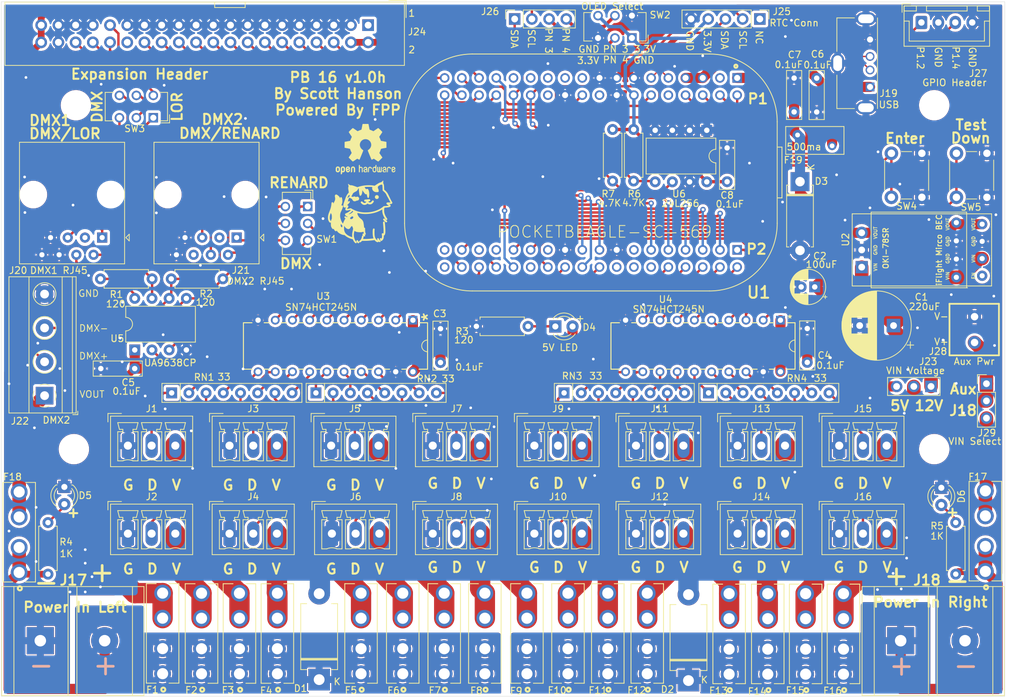
<source format=kicad_pcb>
(kicad_pcb (version 20211014) (generator pcbnew)
  (title_block (title "PB 16") (date "2022-05-29") (rev "v1.0h") (company "Scott Hanson"))
  (layers (0 "F.Cu" signal) (31 "B.Cu" signal) (34 "B.Paste" user) (35 "F.Paste" user) (36 "B.SilkS" user "B.Silkscreen") (37 "F.SilkS" user "F.Silkscreen") (38 "B.Mask" user) (39 "F.Mask" user) (44 "Edge.Cuts" user))
  (net 0 "")
  (net 1 "GND")
  (net 2 "+5V")
  (net 3 "/VIN")
  (net 4 "Net-(RN1-Pad4)")
  (net 5 "Net-(RN1-Pad2)")
  (net 6 "Net-(RN2-Pad3)")
  (net 7 "Net-(RN2-Pad1)")
  (net 8 "Net-(RN1-Pad8)")
  (net 9 "Net-(RN1-Pad6)")
  (net 10 "Net-(RN2-Pad7)")
  (net 11 "Net-(RN2-Pad5)")
  (net 12 "V_DMX")
  (net 13 "VIN1")
  (net 14 "/Output 1-8/VOUT1")
  (net 15 "/Output 1-8/VOUT2")
  (net 16 "/Output 1-8/VOUT3")
  (net 17 "/Output 1-8/VOUT4")
  (net 18 "/Output 1-8/VOUT5")
  (net 19 "/Output 1-8/VOUT6")
  (net 20 "/Output 1-8/VOUT7")
  (net 21 "VIN2")
  (net 22 "/Output 1-8/VOUT8")
  (net 23 "/Output 9-16/VOUT9")
  (net 24 "/Output 9-16/VOUT10")
  (net 25 "/Output 9-16/VOUT11")
  (net 26 "/Output 9-16/VOUT12")
  (net 27 "/Output 9-16/VOUT13")
  (net 28 "/Output 9-16/VOUT14")
  (net 29 "/Output 9-16/VOUT15")
  (net 30 "/Output 9-16/VOUT16")
  (net 31 "/Output 1-8/DOUT1")
  (net 32 "/Output 1-8/DOUT2")
  (net 33 "/Output 1-8/DOUT3")
  (net 34 "/Output 1-8/DOUT4")
  (net 35 "/Output 1-8/DOUT5")
  (net 36 "/Output 1-8/DOUT6")
  (net 37 "/Output 1-8/DOUT7")
  (net 38 "/Output 1-8/DOUT8")
  (net 39 "/Output 9-16/DOUT9")
  (net 40 "/Output 9-16/DOUT10")
  (net 41 "/Output 9-16/DOUT11")
  (net 42 "/Output 9-16/DOUT12")
  (net 43 "/Output 9-16/DOUT13")
  (net 44 "/Output 9-16/DOUT14")
  (net 45 "/Output 9-16/DOUT15")
  (net 46 "/Output 9-16/DOUT16")
  (net 47 "/Serial/9V")
  (net 48 "USB_D+")
  (net 49 "USB_D-")
  (net 50 "V_USB")
  (net 51 "Net-(RN3-Pad8)")
  (net 52 "Net-(RN3-Pad6)")
  (net 53 "Net-(RN3-Pad4)")
  (net 54 "Net-(RN3-Pad2)")
  (net 55 "Net-(RN4-Pad7)")
  (net 56 "Net-(RN4-Pad5)")
  (net 57 "Net-(RN4-Pad3)")
  (net 58 "Net-(RN4-Pad1)")
  (net 59 "DATA14")
  (net 60 "DATA12")
  (net 61 "DATA15")
  (net 62 "DATA13")
  (net 63 "DATA11")
  (net 64 "DATA10")
  (net 65 "DATA9")
  (net 66 "DATA1")
  (net 67 "DATA2")
  (net 68 "DATA3")
  (net 69 "DATA4")
  (net 70 "DATA5")
  (net 71 "DATA6")
  (net 72 "DATA7")
  (net 73 "DATA8")
  (net 74 "DATA16")
  (net 75 "/Serial/DMX1-")
  (net 76 "/Serial/DMX1+")
  (net 77 "/Serial/DMX2-")
  (net 78 "/Serial/DMX2+")
  (net 79 "TXD1")
  (net 80 "TXD2")
  (net 81 "+3V3")
  (net 82 "I2C_SDA")
  (net 83 "I2C_SCL")
  (net 84 "OUT32")
  (net 85 "OUT24")
  (net 86 "OUT31")
  (net 87 "OUT23")
  (net 88 "OUT30")
  (net 89 "OUT22")
  (net 90 "OUT21")
  (net 91 "OUT20")
  (net 92 "OUT27")
  (net 93 "OUT19")
  (net 94 "OUT26")
  (net 95 "OUT18")
  (net 96 "OUT25")
  (net 97 "OUT17")
  (net 98 "/12V")
  (net 99 "OUT29")
  (net 100 "OUT28")
  (net 101 "GPIO2")
  (net 102 "GPIO1")
  (net 103 "/OLED_Pin_4")
  (net 104 "/OLED_Pin_3")
  (net 105 "/VIN_Fuse")
  (net 106 "BTN1")
  (net 107 "BTN2")
  (net 133 "Net-(J21-Pad5)")
  (net 134 "Net-(J21-Pad4)")
  (net 135 "Net-(J21-Pad2)")
  (net 136 "Net-(J21-Pad1)")
  (net 137 "Net-(J20-Pad5)")
  (net 138 "Net-(J20-Pad4)")
  (net 139 "Net-(J20-Pad2)")
  (net 140 "Net-(J20-Pad1)")
  (net 141 "Net-(D6-Pad2)")
  (net 142 "Net-(D5-Pad2)")
  (net 143 "Net-(D4-Pad1)")
  (footprint "Capacitor_THT:CP_Radial_D5.0mm_P2.00mm" (layer "F.Cu") (at 190.486112 93.1578 180)
    (fp_text reference "C2")
    (fp_text value "100uF")
  )
  (footprint "Capacitor_THT:C_Rect_L7.0mm_W2.0mm_P5.00mm" (layer "F.Cu") (at 189.3824 104.3051 90)
    (fp_text reference "C4")
    (fp_text value "0.1uF")
  )
  (footprint "Connector_Phoenix_MC:PhoenixContact_MCV_1,5_3-G-3.5_1x03_P3.50mm_Vertical" (layer "F.Cu") (at 89.1 129.6)
    (fp_text reference "J2")
    (fp_text value "String2")
  )
  (footprint "Connector_Phoenix_MC:PhoenixContact_MCV_1,5_3-G-3.5_1x03_P3.50mm_Vertical" (layer "F.Cu") (at 119.1 116.6)
    (fp_text reference "J5")
    (fp_text value "String5")
  )
  (footprint "Connector_Phoenix_MC:PhoenixContact_MCV_1,5_3-G-3.5_1x03_P3.50mm_Vertical" (layer "F.Cu") (at 119.214342 129.6)
    (fp_text reference "J6")
    (fp_text value "String6")
  )
  (footprint "Connector_Phoenix_MC:PhoenixContact_MCV_1,5_3-G-3.5_1x03_P3.50mm_Vertical" (layer "F.Cu") (at 134.1 116.6)
    (fp_text reference "J7")
    (fp_text value "String7")
  )
  (footprint "Connector_Phoenix_MC:PhoenixContact_MCV_1,5_3-G-3.5_1x03_P3.50mm_Vertical" (layer "F.Cu") (at 134.1 129.6)
    (fp_text reference "J8")
    (fp_text value "String8")
  )
  (footprint "Connector_Phoenix_MC:PhoenixContact_MCV_1,5_3-G-3.5_1x03_P3.50mm_Vertical" (layer "F.Cu") (at 149.1 116.6)
    (fp_text reference "J9")
    (fp_text value "String9")
  )
  (footprint "Connector_Phoenix_MC:PhoenixContact_MCV_1,5_3-G-3.5_1x03_P3.50mm_Vertical" (layer "F.Cu") (at 149.1 129.6)
    (fp_text reference "J10")
    (fp_text value "String10")
  )
  (footprint "Connector_Phoenix_MC:PhoenixContact_MCV_1,5_3-G-3.5_1x03_P3.50mm_Vertical" (layer "F.Cu") (at 164.1 116.6)
    (fp_text reference "J11")
    (fp_text value "String11")
  )
  (footprint "Connector_Phoenix_MC:PhoenixContact_MCV_1,5_3-G-3.5_1x03_P3.50mm_Vertical" (layer "F.Cu") (at 164.1 129.6)
    (fp_text reference "J12")
    (fp_text value "String12")
  )
  (footprint "Connector_Phoenix_MC:PhoenixContact_MCV_1,5_3-G-3.5_1x03_P3.50mm_Vertical" (layer "F.Cu") (at 179.1 116.6)
    (fp_text reference "J13")
    (fp_text value "String13")
  )
  (footprint "Connector_Phoenix_MC:PhoenixContact_MCV_1,5_3-G-3.5_1x03_P3.50mm_Vertical" (layer "F.Cu") (at 179.1 129.6)
    (fp_text reference "J14")
    (fp_text value "String14")
  )
  (footprint "Connector_Phoenix_MC:PhoenixContact_MCV_1,5_3-G-3.5_1x03_P3.50mm_Vertical" (layer "F.Cu") (at 194.1 116.6)
    (fp_text reference "J15")
    (fp_text value "String15")
  )
  (footprint "Connector_Phoenix_MC:PhoenixContact_MCV_1,5_3-G-3.5_1x03_P3.50mm_Vertical" (layer "F.Cu") (at 194.1 129.6)
    (fp_text reference "J16")
    (fp_text value "String16")
  )
  (footprint "SN74HCT245N:SN74HCT245N" (layer "F.Cu") (at 162.5626 105.6886 -90)
    (fp_text reference "U4")
    (fp_text value "SN74HCT245N")
  )
  (footprint "Keystone_Fuse:FUSE_3544-2" (layer "F.Cu") (at 94.2226 144.3386 90)
    (fp_text reference "F1")
    (fp_text value "3544-2")
  )
  (footprint "Keystone_Fuse:FUSE_3544-2" (layer "F.Cu") (at 135.7926 144.3486 90)
    (fp_text reference "F7")
    (fp_text value "3544-2")
  )
  (footprint "Keystone_Fuse:FUSE_3544-2" (layer "F.Cu") (at 183.5531 144.4136 90)
    (fp_text reference "F14")
    (fp_text value "3544-2")
  )
  (footprint "Diode_THT:D_DO-201AD_P12.70mm_Horizontal" (layer "F.Cu") (at 171.8476 151.305 90)
    (fp_text reference "D2")
    (fp_text value "SB5100-T")
  )
  (footprint "MountingHole:MountingHole_3.7mm" (layer "F.Cu") (at 208.1276 117.1186)
    (fp_text reference "REF**")
    (fp_text value "MountingHole_3.7mm")
  )
  (footprint "Capacitor_THT:C_Rect_L7.0mm_W2.0mm_P5.00mm" (layer "F.Cu") (at 135.2423 104.3305 90)
    (fp_text reference "C3")
    (fp_text value "0.1uF")
  )
  (footprint "Keystone_Fuse:FUSE_3544-2" (layer "F.Cu") (at 99.9676 144.3536 90)
    (fp_text reference "F2")
    (fp_text value "3544-2")
  )
  (footprint "Keystone_Fuse:FUSE_3544-2" (layer "F.Cu") (at 129.6726 144.3486 90)
    (fp_text reference "F6")
    (fp_text value "3544-2")
  )
  (footprint "Keystone_Fuse:FUSE_3544-2" (layer "F.Cu") (at 141.7931 144.3486 90)
    (fp_text reference "F8")
    (fp_text value "3544-2")
  )
  (footprint "Keystone_Fuse:FUSE_3544-2" (layer "F.Cu") (at 148.0026 144.3486 90)
    (fp_text reference "F9")
    (fp_text value "3544-2")
  )
  (footprint "Keystone_Fuse:FUSE_3544-2" (layer "F.Cu") (at 154.0626 144.3486 90)
    (fp_text reference "F10")
    (fp_text value "3544-2")
  )
  (footprint "Keystone_Fuse:FUSE_3544-2" (layer "F.Cu") (at 194.7291 144.4136 90)
    (fp_text reference "F16")
    (fp_text value "3544-2")
  )
  (footprint "Keystone_Fuse:FUSE_3544-2" (layer "F.Cu") (at 123.5126 144.3486 90)
    (fp_text reference "F5")
    (fp_text value "3544-2")
  )
  (footprint "Keystone_Fuse:FUSE_3544-2" (layer "F.Cu") (at 105.5676 144.3536 90)
    (fp_text reference "F3")
    (fp_text value "3544-2")
  )
  (footprint "Keystone_Fuse:FUSE_3544-2" (layer "F.Cu") (at 177.8476 144.4136 90)
    (fp_text reference "F13")
    (fp_text value "3544-2")
  )
  (footprint "Resistor_THT:R_Array_SIP8" (layer "F.Cu") (at 95.5615 108.8136)
    (fp_text reference "RN1")
    (fp_text value "33")
  )
  (footprint "Keystone_Fuse:FUSE_3544-2" (layer "F.Cu") (at 159.9426 144.3486 90)
    (fp_text reference "F11")
    (fp_text value "3544-2")
  )
  (footprint "Resistor_THT:R_Array_SIP8" (layer "F.Cu") (at 153.4862 108.8136)
    (fp_text reference "RN3")
    (fp_text value "33")
  )
  (footprint "Resistor_THT:R_Array_SIP8" (layer "F.Cu") (at 174.8126 108.8136)
    (fp_text reference "RN4")
    (fp_text value "33")
  )
  (footprint "Resistor_THT:R_Array_SIP8" (layer "F.Cu") (at 116.8527 108.8136)
    (fp_text reference "RN2")
    (fp_text value "33")
  )
  (footprint "Keystone_Fuse:FUSE_3544-2" (layer "F.Cu") (at 111.1676 144.3536 90)
    (fp_text reference "F4")
    (fp_text value "3544-2")
  )
  (footprint "Connector_Phoenix_MC:PhoenixContact_MCV_1,5_3-G-3.5_1x03_P3.50mm_Vertical" (layer "F.Cu") (at 89.1 116.6)
    (fp_text reference "J1")
    (fp_text value "String1")
  )
  (footprint "Connector_Phoenix_MC:PhoenixContact_MCV_1,5_3-G-3.5_1x03_P3.50mm_Vertical" (layer "F.Cu") (at 104.1 116.6)
    (fp_text reference "J3")
    (fp_text value "String3")
  )
  (footprint "Connector_Phoenix_MC:PhoenixContact_MCV_1,5_3-G-3.5_1x03_P3.50mm_Vertical" (layer "F.Cu") (at 104.1 129.6)
    (fp_text reference "J4")
    (fp_text value "String4")
  )
  (footprint "Diode_THT:D_DO-201AD_P12.70mm_Horizontal" (layer "F.Cu") (at 117.3326 151.1686 90)
    (fp_text reference "D1")
    (fp_text value "SB5100-T")
  )
  (footprint "Connector_USB:USB_A_Molex_105057_Vertical" (layer "F.Cu") (at 198.6498 63.6136 90)
    (fp_text reference "J19")
    (fp_text value "USB")
  )
  (footprint "Resistor_THT:R_Axial_DIN0207_L6.3mm_D2.5mm_P7.62mm_Horizontal" (layer "F.Cu") (at 85.051 91.9678)
    (fp_text reference "R1")
    (fp_text value "120")
  )
  (footprint "Resistor_THT:R_Axial_DIN0207_L6.3mm_D2.5mm_P7.62mm_Horizontal" (layer "F.Cu") (at 95.501 91.9678)
    (fp_text reference "R2")
    (fp_text value "120")
  )
  (footprint "Connector_PinHeader_2.54mm:PinHeader_1x05_P2.54mm_Vertical" (layer "F.Cu") (at 182.3826 53.5786 -90)
    (fp_text reference "J25")
    (fp_text value "RTC Conn")
  )
  (footprint "Keystone_Fuse:FUSE_3544-2" (layer "F.Cu") (at 189.1411 144.4136 90)
    (fp_text reference "F15")
    (fp_text value "3544-2")
  )
  (footprint "Keystone_Fuse:FUSE_3544-2" (layer "F.Cu") (at 165.7611 144.3486 90)
    (fp_text reference "F12")
    (fp_text value "3544-2")
  )
  (footprint "MountingHole:MountingHole_3.7mm" (layer "F.Cu") (at 208.1276 66.3186)
    (fp_text reference "REF**")
    (fp_text value "MountingHole_3.7mm")
  )
  (footprint "Connector_IDC:IDC-Header_2x20_P2.54mm_Vertical" (layer "F.Cu") (at 124.5626 54.4886 -90)
    (fp_text reference "J24")
    (fp_text value "Expansion Header")
  )
  (footprint "Scotts:Universal_5V_Horizontal" (layer "F.Cu") (at 197.419 90.2378 90)
    (fp_text reference "U2")
    (fp_text value "Universe5V")
  )
  (footprint "SN74HCT245N:SN74HCT245N" (layer "F.Cu") (at 108.3126 105.6886 -90)
    (fp_text reference "U3")
    (fp_text value "SN74HCT245N")
  )
  (footprint "Fuse:Fuse_BelFuse_0ZRE0005FF_L8.3mm_W3.8mm" (layer "F.Cu") (at 193.051 72.3178 180)
    (fp_text reference "F19")
    (fp_text value "500ma")
  )
  (footprint "Button_Switch_THT:SW_CuK_JS202011CQN_DPDT_Straight" (layer "F.Cu") (at 115.6438 81.2766 -90)
    (fp_text reference "SW1")
    (fp_text value "DMX_Renard_Select")
  )
  (footprint "Capacitor_THT:C_Rect_L7.0mm_W2.0mm_P5.00mm" (layer "F.Cu") (at 190.7758 62.3186 -90)
    (fp_text reference "C6")
    (fp_text value "0.1uF")
  )
  (footprint "Capacitor_THT:C_Rect_L7.0mm_W2.0mm_P5.00mm" (layer "F.Cu") (at 187.4426 67.3086 90)
    (fp_text reference "C7")
    (fp_text value "0.1uF")
  )
  (footprint "POCKETBEAGLE:BEAGLE_POCKETBEAGLE-SC-569" (layer "F.Cu") (at 157.4457 76.2552 -90)
    (fp_text reference "U1")
    (fp_text value "POCKETBEAGLE-SC-569")
  )
  (footprint "Connector_PinSocket_2.54mm:PinSocket_1x04_P2.54mm_Vertical" (layer "F.Cu") (at 146.1926 53.5786 90)
    (fp_text reference "J26")
    (fp_text value "OLED Select")
  )
  (footprint "Connector_RJ:RJ45_Amphenol_54602-x08_Horizontal" (layer "F.Cu") (at 105.151 85.8678 180)
    (fp_text reference "J21")
    (fp_text value "DMX2 RJ45")
  )
  (footprint "Symbol:OSHW-Logo2_9.8x8mm_SilkScreen" (layer "F.Cu") (at 124.177 72.793)
    (fp_text reference "REF**" hide)
    (fp_text value "OSHW-Logo2_9.8x8mm_SilkScreen" hide)
  )
  (footprint "LED_THT:LED_D3.0mm_Clear" (layer "F.Cu") (at 79.7202 122.704 -90)
    (fp_text reference "D5")
    (fp_text value "VIN1 LED")
  )
  (footprint "LED_THT:LED_D3.0mm_Clear" (layer "F.Cu") (at 209.1722 122.831 -90)
    (fp_text reference "D6")
    (fp_text value "VIN2 LED")
  )
  (footprint "MountingHole:MountingHole_3.7mm" (layer "F.Cu") (at 81.1276 117.1186)
    (fp_text reference "REF**")
    (fp_text value "MountingHole_3.7mm")
  )
  (footprint "Resistor_THT:R_Axial_DIN0207_L6.3mm_D2.5mm_P7.62mm_Horizontal" (layer "F.Cu") (at 77.301 127.9678 -90)
    (fp_text reference "R4")
    (fp_text value "1K")
  )
  (footprint "Resistor_THT:R_Axial_DIN0207_L6.3mm_D2.5mm_P7.62mm_Horizontal" (layer "F.Cu") (at 211.301 127.9678 -90)
    (fp_text reference "R5")
    (fp_text value "1K")
  )
  (footprint "Connector_PinHeader_2.54mm:PinHeader_1x03_P2.54mm_Vertical" (layer "F.Cu") (at 207.6508 107.8592 -90)
    (fp_text reference "J23")
    (fp_text value "VIN Voltage")
  )
  (footprint "LED_THT:LED_D3.0mm_Clear" (layer "F.Cu") (at 152.196 98.9978)
    (fp_text reference "D4")
    (fp_text value "5V LED")
  )
  (footprint "Resistor_THT:R_Axial_DIN0207_L6.3mm_D2.5mm_P7.62mm_Horizontal" (layer "F.Cu") (at 140.541 98.9778)
    (fp_text reference "R3")
    (fp_text value "120")
  )
  (footprint "Connector_JST:JST_XH_B4B-XH-A_1x04_P2.50mm_Vertical" (layer "F.Cu") (at 206.2338 54.0946)
    (fp_text reference "J27")
    (fp_text value "GPIO Header")
  )
  (footprint "Button_Switch_THT:SW_CuK_JS202011CQN_DPDT_Straight" (layer "F.Cu") (at 163.4962 56.3846 180)
    (fp_text reference "SW2")
    (fp_text value "OLED Select")
  )
  (footprint "Keystone_Fuse:FUSE_3544-2" (layer "F.Cu") (at 215.676 129.2318 90)
    (fp_text reference "F17")
    (fp_text value "3544-2")
  )
  (footprint "Connector_PinHeader_2.54mm:PinHeader_1x03_P2.54mm_Vertical" (layer "F.Cu") (at 215.8336 107.4528)
    (fp_text reference "J29")
    (fp_text value "VIN Select")
  )
  (footprint "MKDS1_2-3.81:PHOENIX_MKDS1%2f2-3.81" (layer "F.Cu") (at 214.026 99.4576 90)
    (fp_text reference "J28")
    (fp_text value "Aux Pwr")
  )
  (footprint "Capacitor_THT:CP_Radial_D10.0mm_P5.00mm" (layer "F.Cu") (at 202.1188 98.8676 180)
    (fp_text reference "C1")
    (fp_text value "220uF")
  )
  (footprint "Resistor_THT:R_Axial_DIN0207_L6.3mm_D2.5mm_P7.62mm_Horizontal" (layer "F.Cu") (at 163.751 77.5178 90)
    (fp_text reference "R6")
    (fp_text value "4.7K")
  )
  (footprint "Resistor_THT:R_Axial_DIN0207_L6.3mm_D2.5mm_P7.62mm_Horizontal" (layer "F.Cu") (at 160.651 77.5178 90)
    (fp_text reference "R7")
    (fp_text value "4.7K")
  )
  (footprint "Package_DIP:DIP-8_W7.62mm" (layer "F.Cu") (at 174.551 70.0178 -90)
    (fp_text reference "U6")
    (fp_text value "24L256")
  )
  (footprint "Capacitor_THT:C_Rect_L7.0mm_W2.0mm_P5.00mm" (layer "F.Cu") (at 177.551 77.6178 90)
    (fp_text reference "C8")
    (fp_text value "0.1uF")
  )
  (footprint "Button_Switch_THT:SW_PUSH_6mm" (layer "F.Cu") (at 206.301 73.4178 -90)
    (fp_text reference "SW4")
    (fp_text value "Enter BTN")
  )
  (footprint "Button_Switch_THT:SW_PUSH_6mm" (layer "F.Cu") (at 215.901 73.4178 -90)
    (fp_text reference "SW5")
    (fp_text value "Down BTN")
  )
  (footprint "Capacitor_THT:C_Rect_L7.0mm_W2.0mm_P5.00mm" (layer "F.Cu") (at 90.101 105.2178 180)
    (fp_text reference "C5")
    (fp_text value "0.1uF")
  )
  (footprint "TerminalBlock_Phoenix:TerminalBlock_Phoenix_MKDS-1,5-4_1x04_P5.00mm_Horizontal" (layer "F.Cu") (at 76.801 109.2178 90)
    (fp_text reference "J22")
    (fp_text value "DMX2")
  )
  (footprint "Package_DIP:DIP-8_W7.62mm" (layer "F.Cu") (at 90.111 102.4678 90)
    (fp_text reference "U5")
    (fp_text value "UA9638CP")
  )
  (footprint "Connector_RJ:RJ45_Amphenol_54602-x08_Horizontal" (layer "F.Cu") (at 85.301 85.8678 180)
    (fp_text reference "J20")
    (fp_text value "DMX1 RJ45")
  )
  (footprint "Diode_THT:D_5W_P10.16mm_Horizontal" (layer "F.Cu") (at 188.311 77.6078 -90)
    (fp_text reference "D3")
    (fp_text value "Zener 5.1V")
  )
  (footprint "Barrier_Blocks:BARRIER_BLOCK_1ROW_2POS_P9.5MM" (layer "F.Cu") (at 197.4704 153.5174)
    (fp_text reference "J18")
    (fp_text value "Power In Right")
  )
  (footprint "Barrier_Blocks:BARRIER_BLOCK_1ROW_2POS_P9.5MM" (layer "F.Cu") (at 70.4704 153.5174)
    (fp_text reference "J17")
    (fp_text value "Power In Left")
  )
  (footprint "MountingHole:MountingHole_3.7mm" (layer "F.Cu") (at 81.4276 66.3186)
    (fp_text reference "REF**")
    (fp_text value "MountingHole_3.7mm")
  )
  (footprint "Button_Switch_THT:SW_CuK_JS202011CQN_DPDT_Straight" (layer "F.Cu") (at 92.851 68.1678 180)
    (fp_text reference "SW3")
    (fp_text value "DMX_LOR_Select")
  )
  (footprint "Keystone_Fuse:FUSE_3544-2" (layer "F.Cu") (at 73.051 129.3886 90)
    (fp_text reference "F18")
    (fp_text value "3544-2")
  )
  (footprint "Scotts:chewi_15" (layer "F.Cu") (at 123.172295 80.924042)
    (fp_text reference "G***")
    (fp_text value "LOGO" hide)
  )
  (gr_line (start 106.4126 51.8886) (end 106.4126 51.0886) (layer "F.SilkS") (width 0.12))
  (gr_line (start 101.9126 51.8886) (end 106.4126 51.8886) (layer "F.SilkS") (width 0.12))
  (gr_line (start 101.9126 51.0886) (end 101.9126 51.8886) (layer "F.SilkS") (width 0.12))
  (gr_line (start 218.551 153.6158) (end 218.551 51.0506) (layer "Edge.Cuts") (width 0.05))
  (gr_line (start 70.4196 51.0506) (end 70.4196 153.6158) (layer "Edge.Cuts") (width 0.05))
  (gr_line (start 218.551 51.0506) (end 70.4196 51.0506) (layer "Edge.Cuts") (width 0.05))
  (gr_line (start 218.551 153.6158) (end 70.4196 153.6158) (layer "Edge.Cuts") (width 0.05))
  (gr_text "-" (at 212.801 149.4678 180) (layer "B.SilkS") (effects (font (size 3 3) (thickness 0.4)) (justify mirror)))
  (gr_text "+" (at 203.301 149.4678 180) (layer "B.SilkS") (effects (font (size 3 3) (thickness 0.4)) (justify mirror)))
  (gr_text "+" (at 85.801 148.9678) (layer "B.SilkS") (effects (font (size 3 3) (thickness 0.4)) (justify mirror)))
  (gr_text "-" (at 76.301 148.9678) (layer "B.SilkS") (effects (font (size 3 3) (thickness 0.4)) (justify mirror)))
  (gr_text "G" (at 103.886 134.828) (layer "F.SilkS") (effects (font (size 1.5 1.5) (thickness 0.3))))
  (gr_text "D" (at 122.682 134.828) (layer "F.SilkS") (effects (font (size 1.5 1.5) (thickness 0.3))))
  (gr_text "V" (at 171.196 134.574) (layer "F.SilkS") (effects (font (size 1.5 1.5) (thickness 0.3))))
  (gr_text "D" (at 167.64 134.574) (layer "F.SilkS") (effects (font (size 1.5 1.5) (thickness 0.3))))
  (gr_text "V" (at 186.182 134.574) (layer "F.SilkS") (effects (font (size 1.5 1.5) (thickness 0.3))))
  (gr_text "G" (at 119.126 134.828) (layer "F.SilkS") (effects (font (size 1.5 1.5) (thickness 0.3))))
  (gr_text "G" (at 179.07 134.574) (layer "F.SilkS") (effects (font (size 1.5 1.5) (thickness 0.3))))
  (gr_text "V" (at 201.168 134.574) (layer "F.SilkS") (effects (font (size 1.5 1.5) (thickness 0.3))))
  (gr_text "D" (at 197.612 134.574) (layer "F.SilkS") (effects (font (size 1.5 1.5) (thickness 0.3))))
  (gr_text "G" (at 194.056 134.574) (layer "F.SilkS") (effects (font (size 1.5 1.5) (thickness 0.3))))
  (gr_text "D" (at 137.668 134.574) (layer "F.SilkS") (effects (font (size 1.5 1.5) (thickness 0.3))))
  (gr_text "D" (at 107.442 134.828) (layer "F.SilkS") (effects (font (size 1.5 1.5) (thickness 0.3))))
  (gr_text "D" (at 182.626 134.574) (layer "F.SilkS") (effects (font (size 1.5 1.5) (thickness 0.3))))
  (gr_text "V" (at 96.266 134.828) (layer "F.SilkS") (effects (font (size 1.5 1.5) (thickness 0.3))))
  (gr_text "V" (at 156.21 134.574) (layer "F.SilkS") (effects (font (size 1.5 1.5) (thickness 0.3))))
  (gr_text "G" (at 149.098 134.574) (layer "F.SilkS") (effects (font (size 1.5 1.5) (thickness 0.3))))
  (gr_text "G" (at 134.112 134.574) (layer "F.SilkS") (effects (font (size 1.5 1.5) (thickness 0.3))))
  (gr_text "V" (at 110.998 134.828) (layer "F.SilkS") (effects (font (size 1.5 1.5) (thickness 0.3))))
  (gr_text "G" (at 89.154 134.828) (layer "F.SilkS") (effects (font (size 1.5 1.5) (thickness 0.3))))
  (gr_text "D" (at 92.71 134.828) (layer "F.SilkS") (effects (font (size 1.5 1.5) (thickness 0.3))))
  (gr_text "V" (at 141.224 134.574) (layer "F.SilkS") (effects (font (size 1.5 1.5) (thickness 0.3))))
  (gr_text "V" (at 126.238 134.828) (layer "F.SilkS") (effects (font (size 1.5 1.5) (thickness 0.3))))
  (gr_text "D" (at 152.654 134.574) (layer "F.SilkS") (effects (font (size 1.5 1.5) (thickness 0.3))))
  (gr_text "G" (at 164.084 134.574) (layer "F.SilkS") (effects (font (size 1.5 1.5) (thickness 0.3))))
  (gr_text "12V" (at 207.346 110.704) (layer "F.SilkS") (effects (font (size 1.5 1.5) (thickness 0.3))))
  (gr_text "5V" (at 203.028 110.704) (layer "F.SilkS") (effects (font (size 1.5 1.5) (thickness 0.3))))
  (gr_text "D" (at 92.71 122.428) (layer "F.SilkS") (effects (font (size 1.5 1.5) (thickness 0.3))))
  (gr_text "G" (at 89.154 122.428) (layer "F.SilkS") (effects (font (size 1.5 1.5) (thickness 0.3))))
  (gr_text "V" (at 96.266 122.428) (layer "F.SilkS") (effects (font (size 1.5 1.5) (thickness 0.3))))
  (gr_text "DMX-" (at 84.051 99.2678) (layer "F.SilkS") (effects (font (size 0.9906 0.9906) (thickness 0.127))))
  (gr_text "GND" (at 83.301 94.1178) (layer "F.SilkS") (effects (font (size 0.9906 0.9906) (thickness 0.127))))
  (gr_text "${TITLE} ${REVISION}\nBy ${COMPANY}\nPowered By FPP" (at 120.113 64.6142) (layer "F.SilkS") (effects (font (size 1.5 1.5) (thickness 0.3))))
  (gr_text "DMX" (at 113.901 89.7178) (layer "F.SilkS") (effects (font (size 1.5 1.5) (thickness 0.3))))
  (gr_text "DMX/RENARD" (at 104.151 70.4678) (layer "F.SilkS") (effects (font (size 1.5 1.5) (thickness 0.3))))
  (gr_text "PN 3" (at 151.2026 56.791 270) (layer "F.SilkS") (effects (font (size 1 1))))
  (gr_text "SCL" (at 148.6726 56.475743 270) (layer "F.SilkS") (effects (font (size 1 1))))
  (gr_text "+" (at 202.551 135.7178) (layer "F.SilkS") (effects (font (size 3 3) (thickness 0.4))))
  (gr_text "DMX/LOR" (at 79.801 70.5178) (layer "F.SilkS") (effects (font (size 1.5 1.5) (thickness 0.3))))
  (gr_text "SDA" (at 146.1426 56.499553 270) (layer "F.SilkS") (effects (font (size 1 1))))
  (gr_text "P1.4" (at 211.3138 59.327 270) (layer "F.SilkS") (effects (font (size 1 1))))
  (gr_text "GND" (at 208.723 59.2254 270) (layer "F.SilkS") (effects (font (size 1 1))))
  (gr_text "GND" (at 213.7522 59.2254 270) (layer "F.SilkS") (effects (font (size 1 1))))
  (gr_text "3.3V" (at 157.043 59.7118) (layer "F.SilkS") (effects (font (size 1 1))))
  (gr_text "GND" (at 165.2726 59.661) (layer "F.SilkS") (effects (font (size 1 1))))
  (gr_text "GND" (at 157.1446 58.0342) (layer "F.SilkS") (effects (font (size 1 1))))
  (gr_text "PN 3" (at 161.107 58.0342) (layer "F.SilkS") (effects (font (size 1 1))))
  (gr_text "PN 4" (at 153.7426 56.791 270) (layer "F.SilkS") (effects (font (size 1 1))))
  (gr_text "2" (at 130.9934 58.1372) (layer "F.SilkS") (effects (font (size 1 1))))
  (gr_text "J18" (at 212.3792 111.4152) (layer "F.SilkS") (effects (font (size 1.5 1.5) (thickness 0.3))))
  (gr_text "DMX2" (at 103.051 68.4178) (layer "F.SilkS") (effects (font (size 1.5 1.5) (thickness 0.3))))
  (gr_text "LOR" (at 96.357 66.5498 90) (layer "F.SilkS") (effects (font (size 1.5 1.5) (thickness 0.3))))
  (gr_text "DMX" (at 84.557 66.5498 90) (layer "F.SilkS") (effects (font (size 1.5 1.5) (thickness 0.3))))
  (gr_text "P1" (at 182.089 65.3762) (layer "F.SilkS") (effects (font (size 1.5 1.5) (thickness 0.3))))
  (gr_text "DMX+" (at 84.051 103.3678) (layer "F.SilkS") (effects (font (size 0.9906 0.9906) (thickness 0.127))))
  (gr_text "D" (at 167.64 122.174) (layer "F.SilkS") (effects (font (size 1.5 1.5) (thickness 0.3))))
  (gr_text "P2" (at 181.8858 87.5758) (layer "F.SilkS") (effects (font (size 1.5 1.5) (thickness 0.3))))
  (gr_text "V" (at 156.21 122.174) (layer "F.SilkS") (effects (font (size 1.5 1.5) (thickness 0.3))))
  (gr_text "Enter" (at 203.801 71.2178) (layer "F.SilkS") (effects (font (size 1.5 1.5) (thickness 0.3))))
  (gr_text "V+" (at 209.176 101.2576) (layer "F.SilkS") (effects (font (size 1 1))))
  (gr_text "+" (at 210.8232 126.387) (layer "F.SilkS") (effects (font (size 1.5 1.5) (thickness 0.3))))
  (gr_text "G" (at 119.126 122.428) (layer "F.SilkS") (effects (font (size 1.5 1.5) (thickness 0.3))))
  (gr_text "+" (at 81.051 126.4678) (layer "F.SilkS") (effects (font (size 1.5 1.5) (thickness 0.3))))
  (gr_text "3.3V" (at 165.425 58.0342) (layer "F.SilkS") (effects (font (size 1 1))))
  (gr_text "RENARD" (at 114.351 77.7678) (layer "F.SilkS") (effects (font (size 1.5 1.5) (thickness 0.3))))
  (gr_text "+" (at 85.301 135.2178) (layer "F.SilkS") (effects (font (size 3 3) (thickness 0.4))))
  (gr_text "V" (at 126.238 122.428) (layer "F.SilkS") (effects (font (size 1.5 1.5) (thickness 0.3))))
  (gr_text "D" (at 107.442 122.428) (layer "F.SilkS") (effects (font (size 1.5 1.5) (thickness 0.3))))
  (gr_text "V" (at 141.224 122.174) (layer "F.SilkS") (effects (font (size 1.5 1.5) (thickness 0.3))))
  (gr_text "1" (at 130.9934 52.727) (layer "F.SilkS") (effects (font (size 1 1))))
  (gr_text "NC" (at 182.2826 56.2936 270) (layer "F.SilkS") (effects (font (size 1 1))))
  (gr_text "V" (at 186.182 122.174) (layer "F.SilkS") (effects (font (size 1.5 1.5) (thickness 0.3))))
  (gr_text "G" (at 179.07 122.174) (layer "F.SilkS") (effects (font (size 1.5 1.5) (thickness 0.3))))
  (gr_text "G" (at 164.084 122.174) (layer "F.SilkS") (effects (font (size 1.5 1.5) (thickness 0.3))))
  (gr_text "+" (at 155.871 97.9278 180) (layer "F.SilkS") (effects (font (size 1 1))))
  (gr_text "-" (at 77.051 136.7178) (layer "F.SilkS") (effects (font (size 3 3) (thickness 0.4))))
  (gr_text "V" (at 171.196 122.174) (layer "F.SilkS") (effects (font (size 1.5 1.5) (thickness 0.3))))
  (gr_text "V-" (at 209.176 97.5076) (layer "F.SilkS") (effects (font (size 1 1))))
  (gr_text "V" (at 201.168 122.174) (layer "F.SilkS") (effects (font (size 1.5 1.5) (thickness 0.3))))
  (gr_text "-" (at 211.551 136.4678) (layer "F.SilkS") (effects (font (size 3 3) (thickness 0.4))))
  (gr_text "DMX1" (at 77.601 68.5678) (layer "F.SilkS") (effects (font (size 1.5 1.5) (thickness 0.3))))
  (gr_text "Aux" (at 212.4046 108.2402) (layer "F.SilkS") (effects (font (size 1.5 1.5) (thickness 0.3))))
  (gr_text "SDA" (at 177.1626 56.674553 270) (layer "F.SilkS") (effects (font (size 1 1))))
  (gr_text "P1.2" (at 206.0814 59.327 270) (layer "F.SilkS") (effects (font (size 1 1))))
  (gr_text "G" (at 194.056 122.174) (layer "F.SilkS") (effects (font (size 1.5 1.5) (thickness 0.3))))
  (gr_text "Test" (at 213.551 69.2178) (layer "F.SilkS") (effects (font (size 1.5 1.5) (thickness 0.3))))
  (gr_text "SCL" (at 179.8726 56.650743 270) (layer "F.SilkS") (effects (font (size 1 1))))
  (gr_text "G" (at 103.886 122.428) (layer "F.SilkS") (effects (font (size 1.5 1.5) (thickness 0.3))))
  (gr_text "PN 4" (at 161.107 59.6102) (layer "F.SilkS") (effects (font (size 1 1))))
  (gr_text "3.3V" (at 174.6226 56.888838 270) (layer "F.SilkS") (effects (font (size 1 1))))
  (gr_text "D" (at 152.654 122.174) (layer "F.SilkS") (effects (font (size 1.5 1.5) (thickness 0.3))))
  (gr_text "G" (at 134.112 122.174) (layer "F.SilkS") (effects (font (size 1.5 1.5) (thickness 0.3))))
  (gr_text "D" (at 182.626 122.174) (layer "F.SilkS") (effects (font (size 1.5 1.5) (thickness 0.3))))
  (gr_text "VOUT" (at 83.801 109.0178) (layer "F.SilkS") (effects (font (size 0.9906 0.9906) (thickness 0.127))))
  (gr_text "D" (at 197.612 122.174) (layer "F.SilkS") (effects (font (size 1.5 1.5) (thickness 0.3))))
  (gr_text "Down" (at 213.501 71.1678) (layer "F.SilkS") (effects (font (size 1.5 1.5) (thickness 0.3))))
  (gr_text "G" (at 149.098 122.174) (layer "F.SilkS") (effects (font (size 1.5 1.5) (thickness 0.3))))
  (gr_text "D" (at 137.668 122.174) (layer "F.SilkS") (effects (font (size 1.5 1.5) (thickness 0.3))))
  (gr_text "D" (at 122.682 122.428) (layer "F.SilkS") (effects (font (size 1.5 1.5) (thickness 0.3))))
  (gr_text "GND" (at 172.0426 56.7936 270) (layer "F.SilkS") (effects (font (size 1 1))))
  (gr_text "V" (at 110.998 122.428) (layer "F.SilkS") (effects (font (size 1.5 1.5) (thickness 0.3))))
  (via (at 128.651 119.9678) (size 0.8) (drill 0.4) (layers "F.Cu" "B.Cu") (net 1))
  (via (at 82.801 138.2178) (size 0.8) (drill 0.4) (layers "F.Cu" "B.Cu") (net 1))
  (via (at 99.951 96.0178) (size 0.8) (drill 0.4) (layers "F.Cu" "B.Cu") (net 1))
  (via (at 75.301 113.9678) (size 0.8) (drill 0.4) (layers "F.Cu" "B.Cu") (net 1))
  (via (at 209.426 101.0076) (size 0.8) (drill 0.4) (layers "F.Cu" "B.Cu") (net 1))
  (via (at 142.901 81.7678) (size 0.8) (drill 0.4) (layers "F.Cu" "B.Cu") (net 1))
  (via (at 186.151 96.1978) (size 0.8) (drill 0.4) (layers "F.Cu" "B.Cu") (net 1))
  (via (at 150.351 76.8678) (size 0.8) (drill 0.4) (layers "F.Cu" "B.Cu") (net 1))
  (via (at 109.501 79.8678) (size 0.8) (drill 0.4) (layers "F.Cu" "B.Cu") (net 1))
  (via (at 85.151 63.2178) (size 0.8) (drill 0.4) (layers "F.Cu" "B.Cu") (net 1))
  (via (at 106.551 92.7178) (size 0.8) (drill 0.4) (layers "F.Cu" "B.Cu") (net 1))
  (via (at 81.001 81.0678) (size 0.8) (drill 0.4) (layers "F.Cu" "B.Cu") (net 1))
  (via (at 203.251 137.7678) (size 0.8) (drill 0.4) (layers "F.Cu" "B.Cu") (net 1))
  (via (at 83.301 91.4678) (size 0.8) (drill 0.4) (layers "F.Cu" "B.Cu") (net 1))
  (via (at 194.961 83.2878) (size 0.8) (drill 0.4) (layers "F.Cu" "B.Cu") (net 1))
  (via (at 94.301 100.2178) (size 0.8) (drill 0.4) (layers "F.Cu" "B.Cu") (net 1))
  (via (at 125.601 68.4178) (size 0.8) (drill 0.4) (layers "F.Cu" "B.Cu") (net 1))
  (via (at 91.651 109.2678) (size 0.8) (drill 0.4) (layers "F.Cu" "B.Cu") (net 1))
  (via (at 199.751 137.8678) (size 0.8) (drill 0.4) (layers "F.Cu" "B.Cu") (net 1))
  (via (at 216.921 94.5178) (size 0.8) (drill 0.4) (layers "F.Cu" "B.Cu") (net 1))
  (via (at 167.251 110.9178) (size 0.8) (drill 0.4) (layers "F.Cu" "B.Cu") (net 1))
  (via (at 169.801 60.5678) (size 0.8) (drill 0.4) (layers "F.Cu" "B.Cu") (net 1))
  (via (at 129.151 99.8678) (size 0.8) (drill 0.4) (layers "F.Cu" "B.Cu") (net 1))
  (via (at 204.051 133.2178) (size 0.8) (drill 0.4) (layers "F.Cu" "B.Cu") (net 1))
  (via (at 98.451 114.4178) (size 0.8) (drill 0.4) (layers "F.Cu" "B.Cu") (net 1))
  (via (at 157.951 112.4178) (size 0.8) (drill 0.4) (layers "F.Cu" "B.Cu") (net 1))
  (via (at 217.231 82.4978) (size 0.8) (drill 0.4) (layers "F.Cu" "B.Cu") (net 1))
  (via (at 210.641 94.2978) (size 0.8) (drill 0.4) (layers "F.Cu" "B.Cu") (net 1))
  (via (at 75.551 133.7178) (size 0.8) (drill 0.4) (layers "F.Cu" "B.Cu") (net 1))
  (via (at 187.551 120.5178) (size 0.8) (drill 0.4) (layers "F.Cu" "B.Cu") (net 1))
  (via (at 204.226 105.3576) (size 0.8) (drill 0.4) (layers "F.Cu" "B.Cu") (net 1))
  (via (at 109.301 93.4678) (size 0.8) (drill 0.4) (layers "F.Cu" "B.Cu") (net 1))
  (via (at 133.551 106.8178) (size 0.8) (drill 0.4) (layers "F.Cu" "B.Cu") (net 1))
  (via (at 93.301 76.9678) (size 0.8) (drill 0.4) (layers "F.Cu" "B.Cu") (net 1))
  (via (at 133.101 110.6678) (size 0.8) (drill 0.4) (layers "F.Cu" "B.Cu") (net 1))
  (via (at 202.051 135.4678) (size 0.8) (drill 0.4) (layers "F.Cu" "B.Cu") (net 1))
  (via (at 94.451 63.3678) (size 0.8) (drill 0.4) (layers "F.Cu" "B.Cu") (net 1))
  (via (at 142.151 126.1678) (size 0.8) (drill 0.4) (layers "F.Cu" "B.Cu") (net 1))
  (via (at 88.251 104.2178) (size 0.8) (drill 0.4) (layers "F.Cu" "B.Cu") (net 1))
  (via (at 158.651 77.1678) (size 0.8) (drill 0.4) (layers "F.Cu" "B.Cu") (net 1))
  (via (at 93.301 82.2178) (size 0.8) (drill 0.4) (layers "F.Cu" "B.Cu") (net 1))
  (via (at 113.251 93.4678) (size 0.8) (drill 0.4) (layers "F.Cu" "B.Cu") (net 1))
  (via (at 165.201 95.7678) (size 0.8) (drill 0.4) (layers "F.Cu" "B.Cu") (net 1))
  (via (at 79.051 105.2178) (size 0.8) (drill 0.4) (layers "F.Cu" "B.Cu") (net 1))
  (via (at 198.651 109.5678) (size 0.8) (drill 0.4) (layers "F.Cu" "B.Cu") (net 1))
  (via (at 143.051 69.6178) (size 0.8) (drill 0.4) (layers "F.Cu" "B.Cu") (net 1))
  (via (at 87.951 100.7178) (size 0.8) (drill 0.4) (layers "F.Cu" "B.Cu") (net 1))
  (via (at 103.301 79.8178) (size 0.8) (drill 0.4) (layers "F.Cu" "B.Cu") (net 1))
  (via (at 83.801 135.9678) (size 0.8) (drill 0.4) (layers "F.Cu" "B.Cu") (net 1))
  (via (at 137.101 74.8678) (size 0.8) (drill 0.4) (layers "F.Cu" "B.Cu") (net 1))
  (via (at 74.301 104.7178) (size 0.8) (drill 0.4) (layers "F.Cu" "B.Cu") (net 1))
  (via (at 106.451 68.2678) (size 0.8) (drill 0.4) (layers "F.Cu" "B.Cu") (net 1))
  (via (at 207.341 83.2078) (size 0.8) (drill 0.4) (layers "F.Cu" "B.Cu") (net 1))
  (via (at 88.301 95.4178) (size 0.8) (drill 0.4) (layers "F.Cu" "B.Cu") (net 1))
  (via (at 205.651 99.1978) (size 0.8) (drill 0.4) (layers "F.Cu" "B.Cu") (net 1))
  (via (at 75.551 125.7178) (size 0.8) (drill 0.4) (layers "F.Cu" "B.Cu") (net 1))
  (via (at 158.001 121.0178) (size 0.8) (drill 0.4) (layers "F.Cu" "B.Cu") (net 1))
  (via (at 85.051 137.4678) (size 0.8) (drill 0.4) (layers "F.Cu" "B.Cu") (net 1))
  (via (at 98.651 119.9678) (size 0.8) (drill 0.4) (layers "F.Cu" "B.Cu") (net 1))
  (via (at 123.351 110.6678) (size 0.8) (drill 0.4) (layers "F.Cu" "B.Cu") (net 1))
  (via (at 82.801 133.9678) (size 0.8) (drill 0.4) (layers "F.Cu" "B.Cu") (net 1))
  (via (at 157.801 103.8178) (size 0.8) (drill 0.4) (layers "F.Cu" "B.Cu") (net 1))
  (via (at 173.301 114.7178) (size 0.8) (drill 0.4) (layers "F.Cu" "B.Cu") (net 1))
  (via (at 139.701 111.0178) (size 0.8) (drill 0.4) (layers "F.Cu" "B.Cu") (net 1))
  (via (at 182.801 83.4678) (size 0.8) (drill 0.4) (layers "F.Cu" "B.Cu") (net 1))
  (via (at 151.101 60.1678) (size 0.8) (drill 0.4) (layers "F.Cu" "B.Cu") (net 1))
  (via (at 80.551 138.2178) (size 0.8) (drill 0.4) (layers "F.Cu" "B.Cu") (net 1))
  (via (at 73.851 76.9178) (size 0.8) (drill 0.4) (layers "F.Cu" "B.Cu") (net 1))
  (via (at 199.830076 73.200455) (size 0.8) (drill 0.4) (layers "F.Cu" "B.Cu") (net 1))
  (via (at 71.551 129.2178) (size 0.8) (drill 0.4) (layers "F.Cu" "B.Cu") (net 1))
  (via (at 173.951 59.0178) (size 0.8) (drill 0.4) (layers "F.Cu" "B.Cu") (net 1))
  (via (at 203.051 77.9678) (size 0.8) (drill 0.4) (layers "F.Cu" "B.Cu") (net 1))
  (via (at 142.751 121.5178) (size 0.8) (drill 0.4) (layers "F.Cu" "B.Cu") (net 1))
  (via (at 82.801 131.9678) (size 0.8) (drill 0.4) (layers "F.Cu" "B.Cu") (net 1))
  (via (at 180.851 74.8678) (size 0.8) (drill 0.4) (layers "F.Cu" "B.Cu") (net 1))
  (via (at 117.401 89.8678) (size 0.8) (drill 0.4) (layers "F.Cu" "B.Cu") (net 1))
  (via (at 190.201 106.3678) (size 0.8) (drill 0.4) (layers "F.Cu" "B.Cu") (net 1))
  (via (at 99.801 89.9678) (size 0.8) (drill 0.4) (layers "F.Cu" "B.Cu") (net 1))
  (via (at 73.901 82.1678) (size 0.8) (drill 0.4) (layers "F.Cu" "B.Cu") (net 1))
  (via (at 137.651 103.9178) (size 0.8) (drill 0.4) (layers "F.Cu" "B.Cu") (net 1))
  (via (at 187.051 53.7678) (size 0.8) (drill 0.4) (layers "F.Cu" "B.Cu") (net 1))
  (via (at 168.351 125.2678) (size 0.8) (drill 0.4) (layers "F.Cu" "B.Cu") (net 1))
  (via (at 75.801 101.4678) (size 0.8) (drill 0.4) (layers "F.Cu" "B.Cu") (net 1))
  (via (at 127.701 91.0178) (size 0.8) (drill 0.4) (layers "F.Cu" "B.Cu") (net 1))
  (via (at 94.601 111.1678) (size 0.8) (drill 0.4) (layers "F.Cu" "B.Cu") (net 1))
  (via (at 71.551 107.4678) (size 0.8) (drill 0.4) (layers "F.Cu" "B.Cu") (net 1))
  (via (at 133.051 90.8178) (size 0.8) (drill 0.4) (layers "F.Cu" "B.Cu") (net 1))
  (via (at 74.051 62.2178) (size 0.8) (drill 0.4) (layers "F.Cu" "B.Cu") (net 1))
  (via (at 126.901 87.8178) (size 0.8) (drill 0.4) (layers "F.Cu" "B.Cu") (net 1))
  (via (at 186.151 56.1678) (size 0.8) (drill 0.4) (layers "F.Cu" "B.Cu") (net 1))
  (via (at 203.701 111.8178) (size 0.8) (drill 0.4) (layers "F.Cu" "B.Cu") (net 1))
  (via (at 211.376 107.4076) (size 0.8) (drill 0.4) (layers "F.Cu" "B.Cu") (net 1))
  (via (at 106.101 105.2678) (size 0.8) (drill 0.4) (layers "F.Cu" "B.Cu") (net 1))
  (via (at 192.801 103.6178) (size 0.8) (drill 0.4) (layers "F.Cu" "B.Cu") (net 1))
  (via (at 212.451 111.7678) (size 0.8) (drill 0.4) (layers "F.Cu" "B.Cu") (net 1))
  (via (at 143.151 113.8178) (size 0.8) (drill 0.4) (layers "F.Cu" "B.Cu") (net 1))
  (via (at 100.801 103.4678) (size 0.8) (drill 0.4) (layers "F.Cu" "B.Cu") (net 1))
  (via (at 79.801 108.4678) (size 0.8) (drill 0.4) (layers "F.Cu" "B.Cu") (net 1))
  (via (at 134.251 74.3178) (size 0.8) (drill 0.4) (layers "F.Cu" "B.Cu") (net 1))
  (via (at 193.711 76.5978) (size 0.8) (drill 0.4) (layers "F.Cu" "B.Cu") (net 1))
  (via (at 151.151 69.2678) (size 0.8) (drill 0.4) (layers "F.Cu" "B.Cu") (net 1))
  (via (at 185.731 80.6178) (size 0.8) (drill 0.4) (layers "F.Cu" "B.Cu") (net 1))
  (via (at 204.051 130.2178) (size 0.8) (drill 0.4) (layers "F.Cu" "B.Cu") (net 1))
  (via (at 127.251 113.7678) (size 0.8) (drill 0.4) (layers "F.Cu" "B.Cu") (net 1))
  (via (at 117.901 83.0678) (size 0.8) (drill 0.4) (layers "F.Cu" "B.Cu") (net 1))
  (via (at 217.026 101.8076) (size 0.8) (drill 0.4) (layers "F.Cu" "B.Cu") (net 1))
  (via (at 198.641 81.4778) (size 0.8) (drill 0.4) (layers "F.Cu" "B.Cu") (net 1))
  (via (at 154.201 111.1678) (size 0.8) (drill 0.4) (layers "F.Cu" "B.Cu") (net 1))
  (segment (start 176.4806 129.6) (end 179.1 129.6) (width 3) (layer "B.Cu") (net 1))
  (segment (start 119.214342 129.6) (end 117.4426 131.371742) (width 3) (layer "B.Cu") (net 1))
  (segment (start 171.8476 134.233) (end 176.4806 129.6) (width 3) (layer "B.Cu") (net 1))
  (segment (start 117.4426 131.371742) (end 117.4426 138.3586) (width 3) (layer "B.Cu") (net 1))
  (segment (start 117.4426 138.3586) (end 117.3326 138.4686) (width 3) (layer "B.Cu") (net 1))
  (segment (start 171.8476 138.605) (end 171.8476 134.233) (width 3) (layer "B.Cu") (net 1))
  (segment (start 90.111 102.4678) (end 90.111 105.2078) (width 1.5) (layer "F.Cu") (net 2))
  (segment (start 190.486112 93.1578) (end 190.641 93.1578) (width 1.5) (layer "F.Cu") (net 2))
  (segment (start 186.4682 103.727014) (end 186.4682 101.7086) (width 1.5) (layer "F.Cu") (net 2))
  (segment (start 188.311 79.3278) (end 194.141 85.1578) (width 1.5) (layer "F.Cu") (net 2))
  (segment (start 190.486112 93.1578) (end 194.141 89.502912) (width 1.5) (layer "F.Cu") (net 2))
  (segment (start 80.701 106.7178) (end 73.551 106.7178) (width 1) (layer "F.Cu") (net 2))
  (segment (start 131.1726 100.2163) (end 132.6649 101.7086) (width 1.5) (layer "F.Cu") (net 2))
  (segment (start 211.62094 83.8878) (end 211.389 83.65586) (width 1.5) (layer "F.Cu") (net 2))
  (segment (start 187.4426 70.2094) (end 187.951 70.7178) (width 1.5) (layer "F.Cu") (net 2))
  (segment (start 126.7626 56.049914) (end 125.783914 57.0286) (width 1) (layer "F.Cu") (net 2))
  (segment (start 106.7602 101.7086) (end 133.4838 101.7086) (width 1.5) (layer "F.Cu") (net 2))
  (segment (start 183.8748 62.2852) (end 179.0357 62.2852) (width 1.5) (layer "F.Cu") (net 2))
  (segment (start 90.101 105.2178) (end 88.001 107.3178) (width 1) (layer "F.Cu") (net 2))
  (segment (start 76.3026 57.0286) (end 76.3026 54.4886) (width 1) (layer "F.Cu") (net 2))
  (segment (start 132.6649 101.7086) (end 134.8526 101.7086) (width 1.5) (layer "F.Cu") (net 2))
  (segment (start 88.001 107.3178) (end 81.301 107.3178) (width 1) (layer "F.Cu") (net 2))
  (segment (start 131.820299 105.040901) (end 131.820299 103.372101) (width 1.5) (layer "F.Cu") (net 2))
  (segment (start 190.641 93.1578) (end 192.6554 95.1722) (width 1.5) (layer "F.Cu") (net 2))
  (segment (start 132.6649 101.7086) (end 133.4838 101.7086) (width 1.5) (layer "F.Cu") (net 2))
  (segment (start 185.4226 100.2163) (end 186.9149 101.7086) (width 1.5) (layer "F.Cu") (net 2))
  (segment (start 76.3026 53.2736) (end 77.3126 52.2636) (width 1) (layer "F.Cu") (net 2))
  (segment (start 90.101 105.2178) (end 103.251 105.2178) (width 1.5) (layer "F.Cu") (net 2))
  (segment (start 154.736 98.9978) (end 154.736 101.3228) (width 1.5) (layer "F.Cu") (net 2))
  (segment (start 200.6452 107.8592) (end 202.5708 107.8592) (width 1.5) (layer "F.Cu") (net 2))
  (segment (start 131.820299 103.372101) (end 133.4838 101.7086) (width 1.5) (layer "F.Cu") (net 2))
  (segment (start 73.551 106.7178) (end 71.551 104.7178) (width 1) (layer "F.Cu") (net 2))
  (segment (start 192.6554 99.8694) (end 200.6452 107.8592) (width 1.5) (layer "F.Cu") (net 2))
  (segment (start 126.7626 52.8636) (end 126.7626 56.049914) (width 1) (layer "F.Cu") (net 2))
  (segment (start 186.4682 101.7086) (end 190.8162 101.7086) (width 1.5) (layer "F.Cu") (net 2))
  (segment (start 134.8526 101.7086) (end 154.3502 101.7086) (width 1.5) (layer "F.Cu") (net 2))
  (segment (start 134.8526 102.80943) (end 134.8526 101.7086) (width 1.5) (layer "F.Cu") (net 2))
  (segment (start 154.3502 101.7086) (end 157.7102 101.7086) (width 1.5) (layer "F.Cu") (net 2))
  (segment (start 197.419 85.1578) (end 209.88706 85.1578) (width 1.5) (layer "F.Cu") (net 2))
  (segment (start 192.6554 95.1722) (end 192.6554 99.8694) (width 1.5) (layer "F.Cu") (net 2))
  (segment (start 187.4426 67.3086) (end 187.4426 70.2094) (width 1.5) (layer "F.Cu") (net 2))
  (segment (start 157.7102 101.7086) (end 186.4682 101.7086) (width 1.5) (layer "F.Cu") (net 2))
  (segment (start 126.1626 52.2636) (end 126.7626 52.8636) (width 1) (layer "F.Cu") (net 2))
  (segment (start 71.551 104.7178) (end 71.551 61.7802) (width 1) (layer "F.Cu") (net 2))
  (segment (start 154.736 101.3228) (end 154.3502 101.7086) (width 1.5) (layer "F.Cu") (net 2))
  (segment (start 122.0226 57.0286) (end 124.5626 57.0286) (width 1) (layer "F.Cu") (net 2))
  (segment (start 76.3026 54.4886) (end 76.3026 53.2736) (width 1) (layer "F.Cu") (net 2))
  (segment (start 90.111 105.2078) (end 90.101 105.2178) (width 1.5) (layer "F.Cu") (net 2))
  (segment (start 209.88706 85.1578) (end 211.389 83.65586) (width 1.5) (layer "F.Cu") (net 2))
  (segment (start 189.3824 104.3051) (end 189.3824 103.17373) (width 1.5) (layer "F.Cu") (net 2))
  (segment (start 135.2423 103.19913) (end 134.8526 102.80943) (width 1.5) (layer "F.Cu") (net 2))
  (segment (start 131.1726 98.0686) (end 131.1726 100.2163) (width 1.5) (layer "F.Cu") (net 2))
  (segment (start 188.311 77.6078) (end 188.311 79.3278) (width 1.5) (layer "F.Cu") (net 2))
  (segment (start 185.4226 105.6886) (end 185.4226 104.772614) (width 1.5) (layer "F.Cu") (net 2))
  (segment (start 77.3126 52.2636) (end 126.1626 52.2636) (width 1) (layer "F.Cu") (net 2))
  (segment (start 185.4226 98.0686) (end 185.4226 100.2163) (width 1.5) (layer "F.Cu") (net 2))
  (segment (start 187.4426 65.853) (end 183.8748 62.2852) (width 1.5) (layer "F.Cu") (net 2))
  (segment (start 135.2423 104.3305) (end 135.2423 103.19913) (width 1.5) (layer "F.Cu") (net 2))
  (segment (start 192.6554 99.8694) (end 190.8162 101.7086) (width 1.5) (layer "F.Cu") (net 2))
  (segment (start 189.3824 103.17373) (end 190.8162 101.73993) (width 1.5) (layer "F.Cu") (net 2))
  (segment (start 185.4226 104.772614) (end 186.4682 103.727014) (width 1.5) (layer "F.Cu") (net 2))
  (segment (start 125.783914 57.0286) (end 124.5626 57.0286) (width 1) (layer "F.Cu") (net 2))
  (segment (start 81.301 107.3178) (end 80.701 106.7178) (width 1) (layer "F.Cu") (net 2))
  (segment (start 75.439001 57.892199) (end 76.3026 57.0286) (width 1) (layer "F.Cu") (net 2))
  (segment (start 71.551 61.7802) (end 75.439001 57.892199) (width 1) (layer "F.Cu") (net 2))
  (segment (start 103.251 105.2178) (end 106.7602 101.7086) (width 1.5) (layer "F.Cu") (net 2))
  (segment (start 194.141 89.502912) (end 194.141 85.1578) (width 1.5) (layer "F.Cu") (net 2))
  (segment (start 131.1726 105.6886) (end 131.820299 105.040901) (width 1.5) (layer "F.Cu") (net 2))
  (segment (start 133.4838 101.7086) (end 134.8526 101.7086) (width 1.5) (layer "F.Cu") (net 2))
  (segment (start 134.8526 101.7086) (end 131.5026 101.7086) (width 1.5) (layer "F.Cu") (net 2))
  (segment (start 194.141 85.1578) (end 197.419 85.1578) (width 1.5) (layer "F.Cu") (net 2))
  (segment (start 190.8162 101.73993) (end 190.8162 101.7086) (width 1.5) (layer "F.Cu") (net 2))
  (segment (start 187.4426 67.3086) (end 187.4426 65.853) (width 1.5) (layer "F.Cu") (net 2))
  (segment (start 215.199 83.8878) (end 211.62094 83.8878) (width 1.5) (layer "F.Cu") (net 2))
  (segment (start 188.311 77.6078) (end 188.311 71.0778) (width 1.5) (layer "B.Cu") (net 2))
  (segment (start 188.311 71.0778) (end 187.951 70.7178) (width 1.5) (layer "B.Cu") (net 2))
  (segment (start 206.0256 110.9072) (end 210.5616 110.9072) (width 2) (layer "F.Cu") (net 3))
  (segment (start 211.476 109.9928) (end 215.8336 109.9928) (width 2) (layer "F.Cu") (net 3))
  (segment (start 205.1108 109.9924) (end 206.0256 110.9072) (width 2) (layer "F.Cu") (net 3))
  (segment (start 210.5616 110.9072) (end 211.476 109.9928) (width 2) (layer "F.Cu") (net 3))
  (segment (start 205.1108 107.8592) (end 205.1108 109.9924) (width 2) (layer "F.Cu") (net 3))
  (segment (start 215.8336 103.120301) (end 214.076459 101.36316) (width 2) (layer "F.Cu") (net 3))
  (segment (start 215.8336 107.4528) (end 215.8336 109.9928) (width 2) (layer "F.Cu") (net 3))
  (segment (start 215.8336 107.4528) (end 215.8336 103.120301) (width 2) (layer "F.Cu") (net 3))
  (segment (start 109.824014 105.7569) (end 110.74 105.7569) (width 0.35) (layer "F.Cu") (net 4))
  (segment (start 108.320114 107.2608) (end 109.824014 105.7569) (width 0.35) (layer "F.Cu") (net 4))
  (segment (start 104.7343 107.2608) (end 108.320114 107.2608) (width 0.35) (layer "F.Cu") (net 4))
  (segment (start 103.1815 108.8136) (end 104.7343 107.2608) (width 0.35) (layer "F.Cu") (net 4))
  (segment (start 100.2893 106.6258) (end 107.3311 106.6258) (width 0.35) (layer "F.Cu") (net 5))
  (segment (start 98.1015 108.8136) (end 100.2893 106.6258) (width 0.35) (layer "F.Cu") (net 5))
  (segment (start 107.3311 106.6258) (end 108.2 105.7569) (width 0.35) (layer "F.Cu") (net 5))
  (segment (start 121.9327 108.8136) (end 121.9327 106.7896) (width 0.35) (layer "F.Cu") (net 6))
  (segment (start 121.9327 106.7896) (end 120.9 105.7569) (width 0.35) (layer "F.Cu") (net 6))
  (segment (start 118.36 105.7569) (end 116.8527 107.2642) (width 0.35) (layer "F.Cu") (net 7))
  (segment (start 116.8527 107.2642) (end 116.8527 108.8136) (width 0.35) (layer "F.Cu") (net 7))
  (segment (start 115.82 106.3351) (end 115.82 105.7569) (width 0.35) (layer "F.Cu") (net 8))
  (segment (start 113.3415 108.8136) (end 115.82 106.3351) (width 0.35) (layer "F.Cu") (net 8))
  (segment (start 112.1283 106.9086) (end 112.632301 106.404599) (width 0.35) (layer "F.Cu") (net 9))
  (segment (start 112.632301 106.404599) (end 113.28 105.7569) (width 0.35) (layer "F.Cu") (net 9))
  (segment (start 110.1665 106.9086) (end 112.1283 106.9086) (width 0.35) (layer "F.Cu") (net 9))
  (segment (start 108.2615 108.8136) (end 110.1665 106.9086) (width 0.35) (layer "F.Cu") (net 9))
  (segment (start 127.4619 107.2388) (end 130.5179 107.2388) (width 0.35) (layer "F.Cu") (net 10))
  (segment (start 125.98 105.7569) (end 127.4619 107.2388) (width 0.35) (layer "F.Cu") (net 10))
  (segment (start 130.5179 107.2388) (end 132.0927 108.8136) (width 0.35) (layer "F.Cu") (net 10))
  (segment (start 123.8671 105.7569) (end 126.9238 108.8136) (width 0.35) (layer "F.Cu") (net 11))
  (segment (start 126.9238 108.8136) (end 127.0127 108.8136) (width 0.35) (layer "F.Cu") (net 11))
  (segment (start 123.44 105.7569) (end 123.8671 105.7569) (width 0.35) (layer "F.Cu") (net 11))
  (segment (start 76.801 109.2178) (end 73.051 112.9678) (width 2) (layer "F.Cu") (net 12))
  (segment (start 73.051 112.9678) (end 73.051 123.4386) (width 2) (layer "F.Cu") (net 12))
  (segment (start 73.051 127.1386) (end 73.051 123.4386) (width 2) (layer "F.Cu") (net 12))
  (segment (start 71.49461 152.54079) (end 85.6704 152.54079) (width 1.5) (layer "F.Cu") (net 13))
  (segment (start 73.051 135.3386) (end 71.49461 136.89499) (width 1.5) (layer "F.Cu") (net 13))
  (segment (start 73.3002 135.5878) (end 73.051 135.3386) (width 1) (layer "F.Cu") (net 13))
  (segment (start 73.051 131.6386) (end 73.051 135.3386) (width 2) (layer "F.Cu") (net 13))
  (segment (start 71.49461 136.89499) (end 71.49461 152.54079) (width 1.5) (layer "F.Cu") (net 13))
  (segment (start 77.301 135.5878) (end 73.3002 135.5878) (width 1) (layer "F.Cu") (net 13))
  (segment (start 85.6704 152.54079) (end 85.6704 145.4174) (width 1.5) (layer "F.Cu") (net 13))
  (segment (start 88.1 122.6) (end 85.46 125.24) (width 2.999999) (layer "F.Cu") (net 14))
  (segment (start 90.1026 138.3886) (end 94.2226 138.3886) (width 3) (layer "F.Cu") (net 14))
  (segment (start 85.46 125.24) (end 85.46 133.746) (width 3) (layer "F.Cu") (net 14))
  (segment (start 92.949 122.6) (end 96.1 119.449) (width 3) (layer "F.Cu") (net 14))
  (segment (start 85.46 133.746) (end 90.1026 138.3886) (width 3) (layer "F.Cu") (net 14))
  (segment (start 96.1 119.449) (end 96.1 116.6) (width 3) (layer "F.Cu") (net 14))
  (segment (start 88.1 122.6) (end 92.949 122.6) (width 3) (layer "F.Cu") (net 14))
  (segment (start 94.2226 138.3886) (end 94.2226 142.0886) (width 3) (layer "F.Cu") (net 14))
  (segment (start 99.9676 142.1036) (end 99.9676 138.4036) (width 3) (layer "F.Cu") (net 15))
  (segment (start 99.9676 138.4036) (end 96.1 134.536) (width 3) (layer "F.Cu") (net 15))
  (segment (start 96.1 134.536) (end 96.1 129.6) (width 3) (layer "F.Cu") (net 15))
  (segment (start 105.462 138.4036) (end 100.33 133.2716) (width 3) (layer "F.Cu") (net 16))
  (segment (start 105.5676 138.4036) (end 105.462 138.4036) (width 3) (layer "F.Cu") (net 16))
  (segment (start 111.1 119.2262) (end 111.1 116.6) (width 3) (layer "F.Cu") (net 16))
  (segment (start 103.3126 122.8136) (end 107.5126 122.8136) (width 3) (layer "F.Cu") (net 16))
  (segment (start 100.33 125.7962) (end 103.3126 122.8136) (width 3) (layer "F.Cu") (net 16))
  (segment (start 100.33 133.2716) (end 100.33 125.7962) (width 3) (layer "F.Cu") (net 16))
  (segment (start 105.5676 138.4036) (end 105.5676 142.1036) (width 3) (layer "F.Cu") (net 16))
  (segment (start 107.5126 122.8136) (end 111.1 119.2262) (width 3) (layer "F.Cu") (net 16))
  (segment (start 111.1 138.336) (end 111.1676 138.4036) (width 3) (layer "F.Cu") (net 17))
  (segment (start 111.1 129.6) (end 111.1 138.336) (width 3) (layer "F.Cu") (net 17))
  (segment (start 111.1676 142.1036) (end 111.1676 138.4036) (width 3) (layer "F.Cu") (net 17))
  (segment (start 116.5126 134.1286) (end 115.35 132.966) (width 3) (layer "F.Cu") (net 18))
  (segment (start 119.2426 134.1286) (end 116.5126 134.1286) (width 3) (layer "F.Cu") (net 18))
  (segment (start 122.5262 122.6) (end 126.1 119.0262) (width 3) (layer "F.Cu") (net 18))
  (segment (start 126.1 119.0262) (end 126.1 116.6) (width 3) (layer "F.Cu") (net 18))
  (segment (start 123.5126 142.0986) (end 123.5126 138.3986) (width 3) (layer "F.Cu") (net 18))
  (segment (start 118.35 122.6) (end 122.5262 122.6) (width 3) (layer "F.Cu") (net 18))
  (segment (start 115.35 125.6) (end 118.35 122.6) (width 3) (layer "F.Cu") (net 18))
  (segment (start 123.5126 138.3986) (end 119.2426 134.1286) (width 3) (layer "F.Cu") (net 18))
  (segment (start 115.35 132.966) (end 115.35 125.6) (width 3) (layer "F.Cu") (net 18))
  (segment (start 129.6726 138.3986) (end 126.214342 134.940342) (width 3) (layer "F.Cu") (net 19))
  (segment (start 126.214342 134.940342) (end 126.214342 129.6) (width 3) (layer "F.Cu") (net 19))
  (segment (start 129.6726 138.3986) (end 129.6726 142.0986) (width 3) (layer "F.Cu") (net 19))
  (segment (start 130.35 132.956) (end 135.7926 138.3986) (width 3) (layer "F.Cu") (net 20))
  (segment (start 141.1 118.9762) (end 141.1 116.6) (width 3) (layer "F.Cu") (net 20))
  (segment (start 137.7262 122.35) (end 141.1 118.9762) (width 3) (layer "F.Cu") (net 20))
  (segment (start 130.35 125.35) (end 130.35 132.956) (width 3) (layer "F.Cu") (net 20))
  (segment (start 130.35 125.35) (end 133.35 122.35) (width 3) (layer "F.Cu") (net 20))
  (segment (start 133.35 122.35) (end 137.7262 122.35) (width 3) (layer "F.Cu") (net 20))
  (segment (start 135.7926 142.0986) (end 135.7926 138.3986) (width 3) (layer "F.Cu") (net 20))
  (segment (start 215.676 131.4818) (end 215.676 135.1818) (width 2) (layer "F.Cu") (net 21))
  (segment (start 217.47599 152.54079) (end 203.1704 152.54079) (width 1.5) (layer "F.Cu") (net 21))
  (segment (start 211.671 135.2178) (end 215.64 135.2178) (width 1) (layer "F.Cu") (net 21))
  (segment (start 217.47599 136.98179) (end 217.47599 152.54079) (width 1.5) (layer "F.Cu") (net 21))
  (segment (start 215.64 135.2178) (end 215.676 135.1818) (width 2) (layer "F.Cu") (net 21))
  (segment (start 203.1704 152.54079) (end 203.1704 145.4174) (width 1.5) (layer "F.Cu") (net 21))
  (segment (start 215.676 135.1818) (end 217.47599 136.98179) (width 1.5) (layer "F.Cu") (net 21))
  (segment (start 211.301 135.5878) (end 211.671 135.2178) (width 1) (layer "F.Cu") (net 21))
  (segment (start 141.1 129.6) (end 141.1 137.7055) (width 3) (layer "F.Cu") (net 22))
  (segment (start 141.7931 142.0986) (end 141.7931 138.3986) (width 3) (layer "F.Cu") (net 22))
  (segment (start 141.1 137.7055) (end 141.7931 138.3986) (width 3) (layer "F.Cu") (net 22))
  (segment (start 148.0026 138.3986) (end 145.1 135.496) (width 3) (layer "F.Cu") (net 23))
  (segment (start 145.1 135.496) (end 145.1 126.8262) (width 3) (layer "F.Cu") (net 23))
  (segment (start 145.1 126.8262) (end 149.5762 122.35) (width 3) (layer "F.Cu") (net 23))
  (segment (start 149.5762 122.35) (end 152.7262 122.35) (width 3) (layer "F.Cu") (net 23))
  (segment (start 152.7262 122.35) (end 156.1 118.9762) (width 3) (layer "F.Cu") (net 23))
  (segment (start 148.0026 142.0986) (end 148.0026 138.3986) (width 3) (layer "F.Cu") (net 23))
  (segment (start 156.1 118.9762) (end 156.1 116.6) (width 3) (layer "F.Cu") (net 23))
  (segment (start 154.0626 138.3986) (end 154.0626 142.0986) (width 3) (layer "F.Cu") (net 24))
  (segment (start 154.0626 138.3986) (end 156.1 136.3612) (width 3) (layer "F.Cu") (net 24))
  (segment (start 156.1 136.3612) (end 156.1 129.6) (width 3) (layer "F.Cu") (net 24))
  (segment (start 164.3112 122.35) (end 168.0262 122.35) (width 3) (layer "F.Cu") (net 25))
  (segment (start 159.9426 142.0986) (end 159.9426 138.3986) (width 3) (layer "F.Cu") (net 25))
  (segment (start 159.9426 138.3986) (end 159.9426 126.7186) (width 3) (layer "F.Cu") (net 25))
  (segment (start 171.1 119.2762) (end 171.1 116.6) (width 3) (layer "F.Cu") (net 25))
  (segment (start 159.9426 126.7186) (end 164.3112 122.35) (width 3) (layer "F.Cu") (net 25))
  (segment (start 168.0262 122.35) (end 171.1 119.2762) (width 3) (layer "F.Cu") (net 25))
  (segment (start 165.7611 138.4636) (end 171.1 133.1247) (width 3) (layer "F.Cu") (net 26))
  (segment (start 171.1 133.1247) (end 171.1 129.6) (width 3) (layer "F.Cu") (net 26))
  (segment (start 165.7611 142.1636) (end 165.7611 138.4636) (width 3) (layer "F.Cu") (net 26))
  (segment (start 175.0476 133.913511) (end 175.0476 126.4136) (width 3) (layer "F.Cu") (net 27))
  (segment (start 175.0476 126.4136) (end 179.1112 122.35) (width 3) (layer "F.Cu") (net 27))
  (segment (start 179.1112 122.35) (end 181.851233 122.35) (width 3) (layer "F.Cu") (net 27))
  (segment (start 177.8476 142.1636) (end 177.8476 138.4636) (width 3) (layer "F.Cu") (net 27))
  (segment (start 177.8476 138.4636) (end 177.8476 136.713511) (width 3) (layer "F.Cu") (net 27))
  (segment (start 186.1 118.101233) (end 186.1 116.6) (width 3) (layer "F.Cu") (net 27))
  (segment (start 181.851233 122.35) (end 186.1 118.101233) (width 3) (layer "F.Cu") (net 27))
  (segment (start 177.8476 136.713511) (end 175.0476 133.913511) (width 3) (layer "F.Cu") (net 27))
  (segment (start 186.1 132.9612) (end 186.1 129.6) (width 3) (layer "F.Cu") (net 28))
  (segment (start 183.4476 135.6136) (end 186.1 132.9612) (width 3) (layer "F.Cu") (net 28))
  (segment (start 183.5531 138.4636) (end 183.4476 138.3581) (width 3) (layer "F.Cu") (net 28))
  (segment (start 183.4476 138.3581) (end 183.4476 135.6136) (width 3) (layer "F.Cu") (net 28))
  (segment (start 183.5531 142.1636) (end 183.5531 138.4636) (width 3) (layer "F.Cu") (net 28))
  (segment (start 201.1 116.6) (end 201.1 118.101232) (width 2.999999) (layer "F.Cu") (net 29))
  (segment (start 190.378599 126.082601) (end 190.378599 137.226101) (width 3) (layer "F.Cu") (net 29))
  (segment (start 201.1 118.101232) (end 197.101232 122.1) (width 2.999999) (layer "F.Cu") (net 29))
  (segment (start 189.1411 138.4636) (end 190.378599 137.226101) (width 3) (layer "F.Cu") (net 29))
  (segment (start 189.1411 142.1636) (end 189.1411 138.4636) (width 3) (layer "F.Cu") (net 29))
  (segment (start 194.3612 122.1) (end 190.378599 126.082601) (width 3) (layer "F.Cu") (net 29))
  (segment (start 197.101232 122.1) (end 194.3612 122.1) (width 3) (layer "F.Cu") (net 29))
  (segment (start 194.7291 138.4636) (end 201.1 132.0927) (width 3) (layer "F.Cu") (net 30))
  (segment (start 201.1 132.0927) (end 201.1 129.6) (width 3) (layer "F.Cu") (net 30))
  (segment (start 194.7291 142.1636) (end 194.7291 138.4636) (width 3) (layer "F.Cu") (net 30))
  (segment (start 92.6 110.6251) (end 94.4115 108.8136) (width 0.35) (layer "F.Cu") (net 31))
  (segment (start 92.6 118.2) (end 92.6 110.6251) (width 0.35) (layer "F.Cu") (net 31))
  (segment (start 94.4115 108.8136) (end 95.5615 108.8136) (width 0.35) (layer "F.Cu") (net 31))
  (segment (start 92.6 127.8762) (end 92.6 129.6) (width 0.35) (layer "F.Cu") (net 32))
  (segment (start 100.025 120.4512) (end 92.6 127.8762) (width 0.35) (layer "F.Cu") (net 32))
  (segment (start 100.025 111.41637) (end 100.025 120.4512) (width 0.35) (layer "F.Cu") (net 32))
  (segment (start 100.6415 110.79987) (end 100.025 111.41637) (width 0.35) (layer "F.Cu") (net 32))
  (segment (start 100.6415 108.8136) (end 100.6415 110.79987) (width 0.35) (layer "F.Cu") (net 32))
  (segment (start 107.6 112.51) (end 107.6 116.6) (width 0.35) (layer "F.Cu") (net 33))
  (segment (start 105.7215 110.6315) (end 107.6 112.51) (width 0.35) (layer "F.Cu") (net 33))
  (segment (start 105.7215 110.6315) (end 105.7215 108.8136) (width 0.35) (layer "F.Cu") (net 33))
  (segment (start 114.7126 113.6136) (end 114.7126 121.5874) (width 0.35) (layer "F.Cu") (net 34))
  (segment (start 107.6 128.7) (end 107.6 129.6) (width 0.35) (layer "F.Cu") (net 34))
  (segment (start 114.7126 121.5874) (end 107.6 128.7) (width 0.35) (layer "F.Cu") (net 34))
  (segment (start 110.8015 109.7025) (end 114.7126 113.6136) (width 0.35) (layer "F.Cu") (net 34))
  (segment (start 110.8015 108.8136) (end 110.8015 109.7025) (width 0.35) (layer "F.Cu") (net 34))
  (segment (start 122.6 113.15227) (end 122.6 113.351) (width 0.35) (layer "F.Cu") (net 35))
  (segment (start 119.3927 109.94497) (end 122.6 113.15227) (width 0.35) (layer "F.Cu") (net 35))
  (segment (start 122.6 113.351) (end 122.6 116.6) (width 0.35) (layer "F.Cu") (net 35))
  (segment (start 119.3927 108.8136) (end 119.3927 109.94497) (width 0.35) (layer "F.Cu") (net 35))
  (segment (start 122.714342 127.611858) (end 122.714342 129.6) (width 0.35) (layer "F.Cu") (net 36))
  (segment (start 129.9126 114.2662) (end 129.9126 120.4136) (width 0.35) (layer "F.Cu") (net 36))
  (segment (start 124.4727 108.8136) (end 124.4727 108.8263) (width 0.35) (layer "F.Cu") (net 36))
  (segment (start 129.9126 120.4136) (end 122.714342 127.611858) (width 0.35) (layer "F.Cu") (net 36))
  (segment (start 124.4727 108.8263) (end 129.9126 114.2662) (width 0.35) (layer "F.Cu") (net 36))
  (segment (start 137.6 114.45) (end 135.3136 112.1636) (width 0.35) (layer "F.Cu") (net 37))
  (segment (start 131.77133 112.1636) (end 135.3136 112.1636) (width 0.35) (layer "F.Cu") (net 37))
  (segment (start 129.5527 108.8136) (end 129.5527 109.94497) (width 0.35) (layer "F.Cu") (net 37))
  (segment (start 137.6 116.6) (end 137.6 114.45) (width 0.35) (layer "F.Cu") (net 37))
  (segment (start 129.5527 109.94497) (end 131.77133 112.1636) (width 0.35) (layer "F.Cu") (net 37))
  (segment (start 137.6 129.6) (end 137.6 128.7) (width 0.35) (layer "F.Cu") (net 38))
  (segment (start 144.6126 121.6874) (end 144.6126 113.1136) (width 0.35) (layer "F.Cu") (net 38))
  (segment (start 134.6327 108.8136) (end 140.3126 108.8136) (width 0.35) (layer "F.Cu") (net 38))
  (segment (start 137.6 128.7) (end 144.6126 121.6874) (width 0.35) (layer "F.Cu") (net 38))
  (segment (start 144.6126 113.1136) (end 140.3126 108.8136) (width 0.35) (layer "F.Cu") (net 38))
  (segment (start 152.6 116.6) (end 152.6 109.6998) (width 0.35) (layer "F.Cu") (net 39))
  (segment (start 152.6 109.6998) (end 153.4862 108.8136) (width 0.35) (layer "F.Cu") (net 39))
  (segment (start 158.5662 110.79987) (end 159.4476 111.68127) (width 0.35) (layer "F.Cu") (net 40))
  (segment (start 158.5662 108.8136) (end 158.5662 110.79987) (width 0.35) (layer "F.Cu") (net 40))
  (segment (start 152.6 128.3) (end 152.6 129.6) (width 0.35) (layer "F.Cu") (net 40))
  (segment (start 159.4476 121.4524) (end 152.6 128.3) (width 0.35) (layer "F.Cu") (net 40))
  (segment (start 159.4476 111.68127) (end 159.4476 121.4524) (width 0.35) (layer "F.Cu") (net 40))
  (segment (start 167.6 114.7936) (end 163.6462 110.8398) (width 0.35) (layer "F.Cu") (net 41))
  (segment (start 167.6 116.6) (end 167.6 114.7936) (width 0.35) (layer "F.Cu") (net 41))
  (segment (start 163.6462 110.8398) (end 163.6462 108.8136) (width 0.35) (layer "F.Cu") (net 41))
  (segment (start 171.8626 111.4636) (end 169.8126 111.4636) (width 0.35) (layer "F.Cu") (net 42))
  (segment (start 169.8126 111.4636) (end 168.7262 110.3772) (width 0.35) (layer "F.Cu") (net 42))
  (segment (start 167.6 129.6) (end 167.6 127.9728) (width 0.35) (layer "F.Cu") (net 42))
  (segment (start 168.7262 110.3772) (end 168.7262 108.8136) (width 0.35) (layer "F.Cu") (net 42))
  (segment (start 174.7626 120.8102) (end 174.7626 114.3636) (width 0.35) (layer "F.Cu") (net 42))
  (segment (start 167.6 127.975928) (end 167.6 129.6) (width 0.35) (layer "F.Cu") (net 42))
  (segment (start 174.7626 114.3636) (end 171.8626 111.4636) (width 0.35) (layer "F.Cu") (net 42))
  (segment (start 167.6 127.9728) (end 174.7626 120.8102) (width 0.35) (layer "F.Cu") (net 42))
  (segment (start 182.6 116.6) (end 182.6 114.061) (width 0.35) (layer "F.Cu") (net 43))
  (segment (start 182.6 114.061) (end 177.3526 108.8136) (width 0.35) (layer "F.Cu") (net 43))
  (segment (start 182.6 129.6) (end 182.6 127.45) (width 0.35) (layer "F.Cu") (net 44))
  (segment (start 184.9326 111.3136) (end 182.4326 108.8136) (width 0.35) (layer "F.Cu") (net 44))
  (segment (start 182.6 127.45) (end 188.9126 121.1374) (width 0.35) (layer "F.Cu") (net 44))
  (segment (start 188.9126 121.1374) (end 188.9126 115.2936) (width 0.35) (layer "F.Cu") (net 44))
  (segment (start 188.9126 115.2936) (end 184.9326 111.3136) (width 0.35) (layer "F.Cu") (net 44))
  (segment (start 194.6896 112.0636) (end 197.6 114.974) (width 0.35) (layer "F.Cu") (net 45))
  (segment (start 197.6 114.974) (end 197.6 116.6) (width 0.35) (layer "F.Cu") (net 45))
  (segment (start 187.5126 108.8136) (end 187.5126 109.94497) (width 0.35) (layer "F.Cu") (net 45))
  (segment (start 189.63123 112.0636) (end 194.6896 112.0636) (width 0.35) (layer "F.Cu") (net 45))
  (segment (start 187.5126 109.94497) (end 189.63123 112.0636) (width 0.35) (layer "F.Cu") (net 45))
  (segment (start 200.2754 111.0454) (end 203.5266 114.2966) (width 0.35) (layer "F.Cu") (net 46))
  (segment (start 203.5266 114.2966) (end 203.5266 120.2402) (width 0.35) (layer "F.Cu") (net 46))
  (segment (start 194.8244 111.0454) (end 200.2754 111.0454) (width 0.35) (layer "F.Cu") (net 46))
  (segment (start 197.6 126.1668) (end 197.6 129.6) (width 0.35) (layer "F.Cu") (net 46))
  (segment (start 192.5926 108.8136) (end 194.8244 111.0454) (width 0.35) (layer "F.Cu") (net 46))
  (segment (start 203.5266 120.2402) (end 197.6 126.1668) (width 0.35) (layer "F.Cu") (net 46))
  (segment (start 197.286197 59.1136) (end 198.6498 59.1136) (width 0.2) (layer "F.Cu") (net 48))
  (segment (start 167.3807 60.2591) (end 170.515 57.1248) (width 0.2) (layer "F.Cu") (net 48))
  (segment (start 195.297397 57.1248) (end 197.286197 59.1136) (width 0.2) (layer "F.Cu") (net 48))
  (segment (start 170.515 57.1248) (end 195.297397 57.1248) (width 0.2) (layer "F.Cu") (net 48))
  (segment (start 167.3807 61.2402) (end 167.3807 60.2591) (width 0.2) (layer "F.Cu") (net 48))
  (segment (start 166.3357 62.2852) (end 167.3807 61.2402) (width 0.2) (layer "F.Cu") (net 48))
  (segment (start 196.967998 59.431798) (end 198.6498 61.1136) (width 0.2) (layer "F.Cu") (net 49))
  (segment (start 167.8307 60.4455) (end 170.7014 57.5748) (width 0.2) (layer "F.Cu") (net 49))
  (segment (start 167.8307 61.2402) (end 167.8307 60.4455) (width 0.2) (layer "F.Cu") (net 49))
  (segment (start 168.8757 62.2852) (end 167.8307 61.2402) (width 0.2) (layer "F.Cu") (net 49))
  (segment (start 170.7014 57.5748) (end 195.111 57.5748) (width 0.2) (layer "F.Cu") (net 49))
  (segment (start 195.111 57.5748) (end 196.967998 59.431798) (width 0.2) (layer "F.Cu") (net 49))
  (segment (start 171.4157 62.2852) (end 173.9557 62.2852) (width 1.5) (layer "F.Cu") (net 50))
  (segment (start 173.9557 62.2852) (end 176.5543 59.6866) (width 1.5) (layer "F.Cu") (net 50))
  (segment (start 198.6498 63.6136) (end 192.0708 63.6136) (width 1.5) (layer "F.Cu") (net 50))
  (segment (start 193.051 72.0178) (end 193.051 64.5938) (width 1.5) (layer "F.Cu") (net 50))
  (segment (start 188.1438 59.6866) (end 190.7758 62.3186) (width 1.5) (layer "F.Cu") (net 50))
  (segment (start 192.0708 63.6136) (end 190.7758 62.3186) (width 1.5) (layer "F.Cu") (net 50))
  (segment (start 176.5543 59.6866) (end 188.1438 59.6866) (width 1.5) (layer "F.Cu") (net 50))
  (segment (start 193.051 64.5938) (end 192.0708 63.6136) (width 1.5) (layer "F.Cu") (net 50))
  (segment (start 171.2662 108.8136) (end 171.2662 108.8076) (width 0.35) (layer "F.Cu") (net 51))
  (segment (start 171.2662 108.8076) (end 170.2435 107.7849) (width 0.35) (layer "F.Cu") (net 51))
  (segment (start 170.2435 107.7849) (end 170.2435 105.8077) (width 0.35) (layer "F.Cu") (net 51))
  (segment (start 170.2435 105.8077) (end 170.1927 105.7569) (width 0.35) (layer "F.Cu") (net 51))
  (segment (start 167.6527 107.3471) (end 167.6527 105.7569) (width 0.35) (layer "F.Cu") (net 52))
  (segment (start 166.1862 108.8136) (end 167.6527 107.3471) (width 0.35) (layer "F.Cu") (net 52))
  (segment (start 164.1629 105.7569) (end 165.1127 105.7569) (width 0.35) (layer "F.Cu") (net 53))
  (segment (start 161.1062 108.8136) (end 164.1629 105.7569) (width 0.35) (layer "F.Cu") (net 53))
  (segment (start 162.5727 105.7569) (end 159.0829 105.7569) (width 0.35) (layer "F.Cu") (net 54))
  (segment (start 159.0829 105.7569) (end 156.0262 108.8136) (width 0.35) (layer "F.Cu") (net 54))
  (segment (start 180.3426 105.6886) (end 181.56761 106.91361) (width 0.35) (layer "F.Cu") (net 55))
  (segment (start 181.56761 106.91361) (end 188.15261 106.91361) (width 0.35) (layer "F.Cu") (net 55))
  (segment (start 188.15261 106.91361) (end 189.252601 108.013601) (width 0.35) (layer "F.Cu") (net 55))
  (segment (start 189.252601 108.013601) (end 190.0526 108.8136) (width 0.35) (layer "F.Cu") (net 55))
  (segment (start 184.9726 108.8136) (end 183.622621 107.463621) (width 0.35) (layer "F.Cu") (net 56))
  (segment (start 179.519421 107.463621) (end 177.8127 105.7569) (width 0.35) (layer "F.Cu") (net 56))
  (segment (start 183.622621 107.463621) (end 179.519421 107.463621) (width 0.35) (layer "F.Cu") (net 56))
  (segment (start 175.920399 106.404599) (end 175.2727 105.7569) (width 0.35) (layer "F.Cu") (net 57))
  (segment (start 176.6784 107.1626) (end 175.920399 106.404599) (width 0.35) (layer "F.Cu") (net 57))
  (segment (start 178.2416 107.1626) (end 176.6784 107.1626) (width 0.35) (layer "F.Cu") (net 57))
  (segment (start 179.8926 108.8136) (end 178.2416 107.1626) (width 0.35) (layer "F.Cu") (net 57))
  (segment (start 172.7327 105.7569) (end 172.7327 106.7308) (width 0.35) (layer "F.Cu") (net 58))
  (segment (start 174.8126 108.8107) (end 174.8126 108.8136) (width 0.35) (layer "F.Cu") (net 58))
  (segment (start 172.7327 106.7308) (end 174.8126 108.8107) (width 0.35) (layer "F.Cu") (net 58))
  (segment (start 183.052578 86.564242) (end 180.30197 83.813634) (width 0.35) (layer "F.Cu") (net 59))
  (segment (start 137.1126 88.9421) (end 137.691701 89.521201) (width 0.35) (layer "F.Cu") (net 59))
  (segment (start 139.735766 83.813634) (end 137.1126 86.4368) (width 0.35) (layer "F.Cu") (net 59))
  (segment (start 180.30197 83.813634) (end 139.735766 83.813634) (width 0.35) (layer "F.Cu") (net 59))
  (segment (start 137.691701 89.521201) (end 138.3957 90.2252) (width 0.35) (layer "F.Cu") (net 59))
  (segment (start 183.052578 92.818622) (end 183.052578 86.564242) (width 0.35) (layer "F.Cu") (net 59))
  (segment (start 137.1126 86.4368) (end 137.1126 88.9421) (width 0.35) (layer "F.Cu") (net 59))
  (segment (start 177.8026 98.0686) (end 183.052578 92.818622) (width 0.35) (layer "F.Cu") (net 59))
  (segment (start 173.928089 96.863111) (end 172.7226 98.0686) (width 0.35) (layer "F.Cu") (net 60))
  (segment (start 180.074149 84.363645) (end 182.502567 86.792063) (width 0.35) (layer "F.Cu") (net 60))
  (segment (start 177.488089 96.863111) (end 173.928089 96.863111) (width 0.35) (layer "F.Cu") (net 60))
  (segment (start 182.502567 86.792063) (end 182.502567 91.848633) (width 0.35) (layer "F.Cu") (net 60))
  (segment (start 138.3957 87.6852) (end 141.717255 84.363645) (width 0.35) (layer "F.Cu") (net 60))
  (segment (start 141.717255 84.363645) (end 180.074149 84.363645) (width 0.35) (layer "F.Cu") (net 60))
  (segment (start 182.502567 91.848633) (end 177.488089 96.863111) (width 0.35) (layer "F.Cu") (net 60))
  (segment (start 183.602589 86.336421) (end 183.602589 93.892625) (width 0.35) (layer "F.Cu") (net 61))
  (segment (start 134.5126 90.9386) (end 134.5126 86.8386) (width 0.35) (layer "F.Cu") (net 61))
  (segment (start 140.1256 88.9256) (end 139.6626 89.3886) (width 0.35) (layer "F.Cu") (net 61))
  (segment (start 135.1412 91.5672) (end 134.5126 90.9386) (width 0.35) (layer "F.Cu") (net 61))
  (segment (start 183.602589 93.892625) (end 180.3426 97.152614) (width 0.35) (layer "F.Cu") (net 61))
  (segment (start 139.109 91.5672) (end 135.1412 91.5672) (width 0.35) (layer "F.Cu") (net 61))
  (segment (start 134.5126 86.8386) (end 138.087577 83.263623) (width 0.35) (layer "F.Cu") (net 61))
  (segment (start 139.6626 91.0136) (end 139.109 91.5672) (width 0.35) (layer "F.Cu") (net 61))
  (segment (start 142.1761 88.9256) (end 140.1256 88.9256) (width 0.35) (layer "F.Cu") (net 61))
  (segment (start 138.087577 83.263623) (end 180.529791 83.263623) (width 0.35) (layer "F.Cu") (net 61))
  (segment (start 180.3426 97.152614) (end 180.3426 98.0686) (width 0.35) (layer "F.Cu") (net 61))
  (segment (start 143.4757 90.2252) (end 142.1761 88.9256) (width 0.35) (layer "F.Cu") (net 61))
  (segment (start 180.529791 83.263623) (end 183.602589 86.336421) (width 0.35) (layer "F.Cu") (net 61))
  (segment (start 139.6626 89.3886) (end 139.6626 91.0136) (width 0.35) (layer "F.Cu") (net 61))
  (segment (start 184.1526 76.0094) (end 184.1526 94.9686) (width 0.35) (layer "F.Cu") (net 62))
  (segment (start 181.5226 97.5986) (end 181.5226 98.8186) (width 0.35) (layer "F.Cu") (net 62))
  (segment (start 180.9226 99.4186) (end 176.6126 99.4186) (width 0.35) (layer "F.Cu") (net 62))
  (segment (start 176.6126 99.4186) (end 175.2626 98.0686) (width 0.35) (layer "F.Cu") (net 62))
  (segment (start 144.7926 68.3986) (end 145.0826 68.1086) (width 0.35) (layer "F.Cu") (net 62))
  (segment (start 145.0826 68.1086) (end 176.2518 68.1086) (width 0.35) (layer "F.Cu") (net 62))
  (segment (start 181.5226 98.8186) (end 180.9226 99.4186) (width 0.35) (layer "F.Cu") (net 62))
  (segment (start 184.1526 94.9686) (end 181.5226 97.5986) (width 0.35) (layer "F.Cu") (net 62))
  (segment (start 176.2518 68.1086) (end 184.1526 76.0094) (width 0.35) (layer "F.Cu") (net 62))
  (via (at 144.7926 68.3986) (size 0.8) (drill 0.4) (layers "F.Cu" "B.Cu") (net 62))
  (segment (start 144.7926 63.6021) (end 144.7926 68.3986) (width 0.35) (layer "B.Cu") (net 62))
  (segment (start 143.4757 62.2852) (end 144.7926 63.6021) (width 0.35) (layer "B.Cu") (net 62))
  (segment (start 181.952556 91.620812) (end 177.259768 96.3136) (width 0.35) (layer "F.Cu") (net 63))
  (segment (start 181.952556 87.019884) (end 181.952556 91.620812) (width 0.35) (layer "F.Cu") (net 63))
  (segment (start 171.9376 96.3136) (end 170.1826 98.0686) (width 0.35) (layer "F.Cu") (net 63))
  (segment (start 179.846328 84.913656) (end 181.952556 87.019884) (width 0.35) (layer "F.Cu") (net 63))
  (segment (start 146.0157 87.6852) (end 148.787244 84.913656) (width 0.35) (layer "F.Cu") (net 63))
  (segment (start 148.787244 84.913656) (end 179.846328 84.913656) (width 0.35) (layer "F.Cu") (net 63))
  (segment (start 177.259768 96.3136) (end 171.9376 96.3136) (width 0.35) (layer "F.Cu") (net 63))
  (segment (start 179.585554 93.208567) (end 179.586969 93.208567) (width 0.35) (layer "F.Cu") (net 64))
  (segment (start 181.402545 87.247705) (end 179.618507 85.463667) (width 0.35) (layer "F.Cu") (net 64))
  (segment (start 170.0476 95.6636) (end 177.130521 95.6636) (width 0.35) (layer "F.Cu") (net 64))
  (segment (start 167.6426 98.0686) (end 170.0476 95.6636) (width 0.35) (layer "F.Cu") (net 64))
  (segment (start 177.130521 95.6636) (end 179.585554 93.208567) (width 0.35) (layer "F.Cu") (net 64))
  (segment (start 150.777233 85.463667) (end 148.5557 87.6852) (width 0.35) (layer "F.Cu") (net 64))
  (segment (start 179.618507 85.463667) (end 150.777233 85.463667) (width 0.35) (layer "F.Cu") (net 64))
  (segment (start 179.586969 93.208567) (end 181.402545 91.392991) (width 0.35) (layer "F.Cu") (net 64))
  (segment (start 181.402545 91.392991) (end 181.402545 87.247705) (width 0.35) (layer "F.Cu") (net 64))
  (segment (start 151.010422 86.013678) (end 179.390686 86.013678) (width 0.35) (layer "F.Cu") (net 65))
  (segment (start 149.8765 89.006) (end 149.8765 87.1476) (width 0.35) (layer "F.Cu") (net 65))
  (segment (start 180.852534 91.16517) (end 179.250393 92.767311) (width 0.35) (layer "F.Cu") (net 65))
  (segment (start 176.91412 95.102878) (end 168.068322 95.102878) (width 0.35) (layer "F.Cu") (net 65))
  (segment (start 168.068322 95.102878) (end 165.1026 98.0686) (width 0.35) (layer "F.Cu") (net 65))
  (segment (start 180.852534 87.475526) (end 180.852534 91.16517) (width 0.35) (layer "F.Cu") (net 65))
  (segment (start 179.250393 92.767311) (end 179.249687 92.767311) (width 0.35) (layer "F.Cu") (net 65))
  (segment (start 151.0957 90.2252) (end 149.8765 89.006) (width 0.35) (layer "F.Cu") (net 65))
  (segment (start 179.249687 92.767311) (end 176.91412 95.102878) (width 0.35) (layer "F.Cu") (net 65))
  (segment (start 149.8765 87.1476) (end 151.010422 86.013678) (width 0.35) (layer "F.Cu") (net 65))
  (segment (start 179.390686 86.013678) (end 180.852534 87.475526) (width 0.35) (layer "F.Cu") (net 65))
  (segment (start 116.138377 92.738523) (end 110.74 98.1369) (width 0.35) (layer "F.Cu") (net 66))
  (segment (start 153.6357 90.2252) (end 151.122377 92.738523) (width 0.35) (layer "F.Cu") (net 66))
  (segment (start 151.122377 92.738523) (end 116.138377 92.738523) (width 0.35) (layer "F.Cu") (net 66))
  (segment (start 155.652366 93.288534) (end 118.128366 93.288534) (width 0.35) (layer "F.Cu") (net 67))
  (segment (start 158.7157 90.2252) (end 155.652366 93.288534) (width 0.35) (layer "F.Cu") (net 67))
  (segment (start 118.128366 93.288534) (end 113.28 98.1369) (width 0.35) (layer "F.Cu") (net 67))
  (segment (start 120.118355 93.838545) (end 115.82 98.1369) (width 0.35) (layer "F.Cu") (net 68))
  (segment (start 158.457589 93.838545) (end 154.906224 93.838545) (width 0.35) (layer "F.Cu") (net 68))
  (segment (start 154.905724 93.838045) (end 150.776272 93.838045) (width 0.35) (layer "F.Cu") (net 68))
  (segment (start 167.338122 91.762778) (end 160.533356 91.762778) (width 0.35) (layer "F.Cu") (net 68))
  (segment (start 154.906224 93.838545) (end 154.905724 93.838045) (width 0.35) (layer "F.Cu") (net 68))
  (segment (start 150.776272 93.838045) (end 150.775772 93.838545) (width 0.35) (layer "F.Cu") (net 68))
  (segment (start 150.775772 93.838545) (end 120.118355 93.838545) (width 0.35) (layer "F.Cu") (net 68))
  (segment (start 160.533356 91.762778) (end 158.457589 93.838545) (width 0.35) (layer "F.Cu") (net 68))
  (segment (start 168.8757 90.2252) (end 167.338122 91.762778) (width 0.35) (layer "F.Cu") (net 68))
  (segment (start 169.328111 92.312789) (end 160.761178 92.312789) (width 0.35) (layer "F.Cu") (net 69))
  (segment (start 171.4157 90.2252) (end 169.328111 92.312789) (width 0.35) (layer "F.Cu") (net 69))
  (segment (start 160.761178 92.312789) (end 158.685411 94.388556) (width 0.35) (layer "F.Cu") (net 69))
  (segment (start 151.002887 94.388556) (end 122.108344 94.388556) (width 0.35) (layer "F.Cu") (net 69))
  (segment (start 158.685411 94.388556) (end 154.67911 94.388556) (width 0.35) (layer "F.Cu") (net 69))
  (segment (start 151.003887 94.387556) (end 151.002887 94.388556) (width 0.35) (layer "F.Cu") (net 69))
  (segment (start 154.67911 94.388556) (end 154.67811 94.387556) (width 0.35) (layer "F.Cu") (net 69))
  (segment (start 122.108344 94.388556) (end 118.36 98.1369) (width 0.35) (layer "F.Cu") (net 69))
  (segment (start 154.67811 94.387556) (end 151.003887 94.387556) (width 0.35) (layer "F.Cu") (net 69))
  (segment (start 124.098333 94.938567) (end 120.9 98.1369) (width 0.35) (layer "F.Cu") (net 70))
  (segment (start 154.450496 94.937067) (end 151.231502 94.937067) (width 0.35) (layer "F.Cu") (net 70))
  (segment (start 151.230002 94.938567) (end 124.098333 94.938567) (width 0.35) (layer "F.Cu") (net 70))
  (segment (start 151.231502 94.937067) (end 151.230002 94.938567) (width 0.35) (layer "F.Cu") (net 70))
  (segment (start 154.451996 94.938567) (end 154.450496 94.937067) (width 0.35) (layer "F.Cu") (net 70))
  (segment (start 171.3181 92.8628) (end 160.989 92.8628) (width 0.35) (layer "F.Cu") (net 70))
  (segment (start 158.913233 94.938567) (end 154.451996 94.938567) (width 0.35) (layer "F.Cu") (net 70))
  (segment (start 160.989 92.8628) (end 158.913233 94.938567) (width 0.35) (layer "F.Cu") (net 70))
  (segment (start 173.9557 90.2252) (end 171.3181 92.8628) (width 0.35) (layer "F.Cu") (net 70))
  (segment (start 176.4957 90.2252) (end 173.268055 93.452845) (width 0.35) (layer "F.Cu") (net 71))
  (segment (start 151.459117 95.486578) (end 151.457117 95.488578) (width 0.35) (layer "F.Cu") (net 71))
  (segment (start 151.457117 95.488578) (end 126.132622 95.488578) (width 0.35) (layer "F.Cu") (net 71))
  (segment (start 159.163322 95.488578) (end 154.224882 95.488578) (width 0.35) (layer "F.Cu") (net 71))
  (segment (start 154.222882 95.486578) (end 151.459117 95.486578) (width 0.35) (layer "F.Cu") (net 71))
  (segment (start 154.224882 95.488578) (end 154.222882 95.486578) (width 0.35) (layer "F.Cu") (net 71))
  (segment (start 173.268055 93.452845) (end 161.199055 93.452845) (width 0.35) (layer "F.Cu") (net 71))
  (segment (start 126.132622 95.488578) (end 123.5526 98.0686) (width 0.35) (layer "F.Cu") (net 71))
  (segment (start 161.199055 93.452845) (end 159.163322 95.488578) (width 0.35) (layer "F.Cu") (net 71))
  (segment (start 151.684232 96.038589) (end 128.122611 96.038589) (width 0.35) (layer "F.Cu") (net 72))
  (segment (start 175.258044 94.002856) (end 161.538044 94.002856) (width 0.35) (layer "F.Cu") (net 72))
  (segment (start 153.995268 96.036089) (end 151.686732 96.036089) (width 0.35) (layer "F.Cu") (net 72))
  (segment (start 159.502311 96.038589) (end 153.997768 96.038589) (width 0.35) (layer "F.Cu") (net 72))
  (segment (start 128.122611 96.038589) (end 126.0926 98.0686) (width 0.35) (layer "F.Cu") (net 72))
  (segment (start 151.686732 96.036089) (end 151.684232 96.038589) (width 0.35) (layer "F.Cu") (net 72))
  (segment (start 153.997768 96.038589) (end 153.995268 96.036089) (width 0.35) (layer "F.Cu") (net 72))
  (segment (start 161.538044 94.002856) (end 159.502311 96.038589) (width 0.35) (layer "F.Cu") (net 72))
  (segment (start 179.0357 90.2252) (end 175.258044 94.002856) (width 0.35) (layer "F.Cu") (net 72))
  (segment (start 161.864333 94.552867) (end 159.8286 96.5886) (width 0.35) (layer "F.Cu") (net 73))
  (segment (start 151.914347 96.5856) (end 151.911347 96.5886) (width 0.35) (layer "F.Cu") (net 73))
  (segment (start 159.8286 96.5886) (end 153.491967 96.5886) (width 0.35) (layer "F.Cu") (net 73))
  (segment (start 180.302534 90.937338) (end 176.687005 94.552867) (width 0.35) (layer "F.Cu") (net 73))
  (segment (start 151.911347 96.5886) (end 130.1126 96.5886) (width 0.35) (layer "F.Cu") (net 73))
  (segment (start 180.302534 87.898034) (end 180.302534 90.937338) (width 0.35) (layer "F.Cu") (net 73))
  (segment (start 179.0357 87.6852) (end 180.0897 87.6852) (width 0.35) (layer "F.Cu") (net 73))
  (segment (start 153.491967 96.5886) (end 153.488967 96.5856) (width 0.35) (layer "F.Cu") (net 73))
  (segment (start 180.0897 87.6852) (end 180.302534 87.898034) (width 0.35) (layer "F.Cu") (net 73))
  (segment (start 176.687005 94.552867) (end 161.864333 94.552867) (width 0.35) (layer "F.Cu") (net 73))
  (segment (start 130.1126 96.5886) (end 128.6326 98.0686) (width 0.35) (layer "F.Cu") (net 73))
  (segment (start 153.488967 96.5856) (end 151.914347 96.5856) (width 0.35) (layer "F.Cu") (net 73))
  (segment (start 144.2926 63.5786) (end 139.6891 63.5786) (width 0.35) (layer "F.Cu") (net 74))
  (segment (start 152.301 64.1902) (end 152.301 65.4678) (width 0.35) (layer "F.Cu") (net 74))
  (segment (start 184.70211 75.781784) (end 176.388126 67.4678) (width 0.35) (layer "F.Cu") (net 74))
  (segment (start 152.9726 63.5186) (end 152.301 64.1902) (width 0.35) (layer "F.Cu") (net 74))
  (segment (start 152.301 65.4678) (end 151.601054 66.167746) (width 0.35) (layer "F.Cu") (net 74))
  (segment (start 176.388126 67.4678) (end 169.101 67.4678) (width 0.35) (layer "F.Cu") (net 74))
  (segment (start 167.5549 64.2709) (end 166.8026 63.5186) (width 0.35) (layer "F.Cu") (net 74))
  (segment (start 144.7726 65.6186) (end 144.7726 64.0586) (width 0.35) (layer "F.Cu") (net 74))
  (segment (start 167.5549 65.9217) (end 167.5549 64.2709) (width 0.35) (layer "F.Cu") (net 74))
  (segment (start 166.8026 63.5186) (end 152.9726 63.5186) (width 0.35) (layer "F.Cu") (net 74))
  (segment (start 184.70211 96.24909) (end 184.70211 75.781784) (width 0.35) (layer "F.Cu") (net 74))
  (segment (start 139.6891 63.5786) (end 138.3957 62.2852) (width 0.35) (layer "F.Cu") (net 74))
  (segment (start 145.321746 66.167746) (end 144.7726 65.6186) (width 0.35) (layer "F.Cu") (net 74))
  (segment (start 182.8826 98.0686) (end 184.70211 96.24909) (width 0.35) (layer "F.Cu") (net 74))
  (segment (start 144.7726 64.0586) (end 144.2926 63.5786) (width 0.35) (layer "F.Cu") (net 74))
  (segment (start 169.101 67.4678) (end 167.5549 65.9217) (width 0.35) (layer "F.Cu") (net 74))
  (segment (start 151.601054 66.167746) (end 145.321746 66.167746) (width 0.35) (layer "F.Cu") (net 74))
  (segment (start 94.851011 66.989978) (end 94.028822 66.167789) (width 0.35) (layer "F.Cu") (net 75))
  (segment (start 94.851011 69.695622) (end 94.851011 66.989978) (width 0.35) (layer "F.Cu") (net 75))
  (segment (start 92.150989 66.167789) (end 90.851 64.8678) (width 0.35) (layer "F.Cu") (net 75))
  (segment (start 91.801 91.0978) (end 91.801 72.745633) (width 0.35) (layer "F.Cu") (net 75))
  (segment (start 91.801 72.745633) (end 94.851011 69.695622) (width 0.35) (layer "F.Cu") (net 75))
  (segment (start 92.671 91.9678) (end 92.671 94.8278) (width 0.35) (layer "F.Cu") (net 75))
  (segment (start 92.671 91.9678) (end 91.801 91.0978) (width 0.35) (layer "F.Cu") (net 75))
  (segment (start 94.028822 66.167789) (end 92.150989 66.167789) (width 0.35) (layer "F.Cu") (net 75))
  (segment (start 91.801 66.7178) (end 93.801 66.7178) (width 0.35) (layer "F.Cu") (net 76))
  (segment (start 89.071 91.9678) (end 86.751 91.9678) (width 0.35) (layer "F.Cu") (net 76))
  (segment (start 94.301 67.2178) (end 94.301 69.4678) (width 0.35) (layer "F.Cu") (net 76))
  (segment (start 85.051 91.9678) (end 86.751 91.9678) (width 0.35) (layer "F.Cu") (net 76))
  (segment (start 89.071 91.9678) (end 89.071 93.2378) (width 0.35) (layer "F.Cu") (net 76))
  (segment (start 91.126002 89.912798) (end 89.071 91.9678) (width 0.35) (layer "F.Cu") (net 76))
  (segment (start 89.071 93.2378) (end 90.111 94.2778) (width 0.35) (layer "F.Cu") (net 76))
  (segment (start 94.301 69.4678) (end 91.126002 72.642798) (width 0.35) (layer "F.Cu") (net 76))
  (segment (start 93.801 66.7178) (end 94.301 67.2178) (width 0.35) (layer "F.Cu") (net 76))
  (segment (start 91.126002 72.642798) (end 91.126002 89.912798) (width 0.35) (layer "F.Cu") (net 76))
  (segment (start 90.351 68.1678) (end 91.801 66.7178) (width 0.35) (layer "F.Cu") (net 76))
  (segment (start 90.111 94.2778) (end 90.111 94.8478) (width 0.35) (layer "F.Cu") (net 76))
  (segment (start 114.701 90.0178) (end 117.301 87.4178) (width 0.35) (layer "F.Cu") (net 77))
  (segment (start 117.301 85.4338) (end 116.751 84.8838) (width 0.35) (layer "F.Cu") (net 77))
  (segment (start 100.241 94.8478) (end 97.731 94.8478) (width 0.35) (layer "F.Cu") (net 77))
  (segment (start 117.301 87.4178) (end 117.301 85.4338) (width 0.35) (layer "F.Cu") (net 77))
  (segment (start 97.731 94.8478) (end 93.361 99.2178) (width 0.35) (layer "F.Cu") (net 77))
  (segment (start 103.121 91.9678) (end 100.241 94.8478) (width 0.35) (layer "F.Cu") (net 77))
  (segment (start 116.751 84.8838) (end 115.6438 83.7766) (width 0.35) (layer "F.Cu") (net 77))
  (segment (start 103.121 91.9678) (end 105.071 90.0178) (width 0.35) (layer "F.Cu") (net 77))
  (segment (start 93.361 99.2178) (end 76.801 99.2178) (width 0.35) (layer "F.Cu") (net 77))
  (segment (start 105.071 90.0178) (end 114.701 90.0178) (width 0.35) (layer "F.Cu") (net 77))
  (segment (start 95.501 91.9678) (end 99.851 91.9678) (width 0.35) (layer "F.Cu") (net 78))
  (segment (start 95.191 94.8478) (end 93.071 96.9678) (width 0.35) (layer "F.Cu") (net 78))
  (segment (start 95.501 94.5378) (end 95.191 94.8478) (width 0.35) (layer "F.Cu") (net 78))
  (segment (start 74.301 101.7178) (end 76.801 104.2178) (width 0.35) (layer "F.Cu") (net 78))
  (segment (start 102.651 87.7178) (end 102.651 89.1678) (width 0.35) (layer "F.Cu") (net 78))
  (segment (start 112.3438 83.7766) (end 104.6422 83.7766) (width 0.35) (layer "F.Cu") (net 78))
  (segment (start 103.901 84.5178) (end 103.901 86.4678) (width 0.35) (layer "F.Cu") (net 78))
  (segment (start 93.071 96.9678) (end 75.301 96.9678) (width 0.35) (layer "F.Cu") (net 78))
  (segment (start 103.901 86.4678) (end 102.651 87.7178) (width 0.35) (layer "F.Cu") (net 78))
  (segment (start 104.6422 83.7766) (end 103.901 84.5178) (width 0.35) (layer "F.Cu") (net 78))
  (segment (start 102.651 89.1678) (end 99.851 91.9678) (width 0.35) (layer "F.Cu") (net 78))
  (segment (start 74.301 97.9678) (end 74.301 101.7178) (width 0.35) (layer "F.Cu") (net 78))
  (segment (start 75.301 96.9678) (end 74.301 97.9678) (width 0.35) (layer "F.Cu") (net 78))
  (segment (start 95.501 91.9678) (end 95.501 94.5378) (width 0.35) (layer "F.Cu") (net 78))
  (segment (start 99.801 101.146) (end 108.7702 92.1768) (width 0.35) (layer "F.Cu") (net 79))
  (segment (start 108.7702 92.1768) (end 139.979706 92.1768) (width 0.35) (layer "F.Cu") (net 79))
  (segment (start 139.979706 92.1768) (end 140.9357 91.220806) (width 0.35) (layer "F.Cu") (net 79))
  (segment (start 99.801 102.8458) (end 99.801 101.146) (width 0.35) (layer "F.Cu") (net 79))
  (segment (start 140.9357 91.220806) (end 140.9357 90.2252) (width 0.35) (layer "F.Cu") (net 79))
  (segment (start 92.651 102.4678) (end 94.015 103.8318) (width 0.35) (layer "F.Cu") (net 79))
  (segment (start 94.015 103.8318) (end 98.815 103.8318) (width 0.35) (layer "F.Cu") (net 79))
  (segment (start 98.815 103.8318) (end 99.801 102.8458) (width 0.35) (layer "F.Cu") (net 79))
  (segment (start 106.291 91.3678) (end 95.191 102.4678) (width 0.35) (layer "F.Cu") (net 80))
  (segment (start 135.6826 80.6862) (end 125.001 91.3678) (width 0.35) (layer "F.Cu") (net 80))
  (segment (start 135.6826 73.368602) (end 135.6826 80.6862) (width 0.35) (layer "F.Cu") (net 80))
  (segment (start 125.001 91.3678) (end 106.291 91.3678) (width 0.35) (layer "F.Cu") (net 80))
  (segment (start 135.6626 73.368602) (end 135.6826 73.368602) (width 0.35) (layer "F.Cu") (net 80))
  (via (at 135.6626 73.368602) (size 0.8) (drill 0.4) (layers "F.Cu" "B.Cu") (net 80))
  (segment (start 135.8557 73.175502) (end 135.6626 73.368602) (width 0.35) (layer "B.Cu") (net 80))
  (segment (start 135.8557 64.8252) (end 135.8557 73.175502) (width 0.35) (layer "B.Cu") (net 80))
  (segment (start 163.751 69.8978) (end 160.651 69.8978) (width 0.5) (layer "F.Cu") (net 81))
  (segment (start 174.571 77.6178) (end 174.551 77.6378) (width 0.5) (layer "F.Cu") (net 81))
  (segment (start 163.751 69.9178) (end 167.651 73.8178) (width 0.5) (layer "F.Cu") (net 81))
  (segment (start 177.551 77.6178) (end 174.571 77.6178) (width 0.5) (layer "F.Cu") (net 81))
  (segment (start 170.731 73.8178) (end 173.751001 76.837801) (width 0.5) (layer "F.Cu") (net 81))
  (segment (start 173.751001 76.837801) (end 174.551 77.6378) (width 0.5) (layer "F.Cu") (net 81))
  (segment (start 167.651 73.8178) (end 170.731 73.8178) (width 0.5) (layer "F.Cu") (net 81))
  (segment (start 162.526 63.5555) (end 162.526 60.5044) (width 0.5) (layer "B.Cu") (net 81))
  (segment (start 162.526 60.5044) (end 165.071 57.9594) (width 0.5) (layer "B.Cu") (net 81))
  (segment (start 158.4962 53.0846) (end 160.1198 54.7082) (width 0.5) (layer "B.Cu") (net 81))
  (segment (start 163.7957 64.8252) (end 163.7957 69.8531) (width 0.5) (layer "B.Cu") (net 81))
  (segment (start 163.7957 69.8531) (end 163.751 69.8978) (width 0.5) (layer "B.Cu") (net 81))
  (segment (start 161.8198 54.7082) (end 163.4962 56.3846) (width 0.5) (layer "B.Cu") (net 81))
  (segment (start 171.9058 56.4354) (end 166.595 56.4354) (width 0.5) (layer "B.Cu") (net 81))
  (segment (start 160.1198 54.7082) (end 161.8198 54.7082) (width 0.5) (layer "B.Cu") (net 81))
  (segment (start 166.595 56.4354) (end 165.071 57.9594) (width 0.5) (layer "B.Cu") (net 81))
  (segment (start 174.7626 53.5786) (end 171.9058 56.4354) (width 0.5) (layer "B.Cu") (net 81))
  (segment (start 165.071 57.9594) (end 163.4962 56.3846) (width 0.5) (layer "B.Cu") (net 81))
  (segment (start 163.7957 64.8252) (end 162.526 63.5555) (width 0.5) (layer "B.Cu") (net 81))
  (segment (start 166.811 77.5178) (end 166.931 77.6378) (width 0.35) (layer "F.Cu") (net 82))
  (segment (start 149.831 58.8484) (end 149.8056 58.823) (width 0.35) (layer "F.Cu") (net 82))
  (segment (start 169.389 55.6226) (end 175.2586 55.6226) (width 0.35) (layer "F.Cu") (net 82))
  (segment (start 146.1926 53.5786) (end 146.1926 55.21) (width 0.35) (layer "F.Cu") (net 82))
  (segment (start 163.751 77.5178) (end 157.901 71.6678) (width 0.35) (layer "F.Cu") (net 82))
  (segment (start 175.2586 55.6226) (end 176.452601 54.428599) (width 0.35) (layer "F.Cu") (net 82))
  (segment (start 148.5557 64.8252) (end 149.831 63.5499) (width 0.35) (layer "F.Cu") (net 82))
  (segment (start 149.831 63.5499) (end 149.831 58.8484) (width 0.35) (layer "F.Cu") (net 82))
  (segment (start 149.8056 58.823) (end 166.1886 58.823) (width 0.35) (layer "F.Cu") (net 82))
  (segment (start 146.1926 55.21) (end 149.8056 58.823) (width 0.35) (layer "F.Cu") (net 82))
  (segment (start 176.452601 54.428599) (end 177.3026 53.5786) (width 0.35) (layer "F.Cu") (net 82))
  (segment (start 163.751 77.5178) (end 166.811 77.5178) (width 0.35) (layer "F.Cu") (net 82))
  (segment (start 166.1886 58.823) (end 169.389 55.6226) (width 0.35) (layer "F.Cu") (net 82))
  (segment (start 157.901 71.6678) (end 151.400998 71.6678) (width 0.35) (layer "F.Cu") (net 82))
  (segment (start 151.400998 71.6678) (end 148.850998 69.1178) (width 0.35) (layer "F.Cu") (net 82))
  (via (at 148.850998 69.1178) (size 0.8) (drill 0.4) (layers "F.Cu" "B.Cu") (net 82))
  (segment (start 148.5557 64.8252) (end 148.5557 68.822502) (width 0.35) (layer "B.Cu") (net 82))
  (segment (start 148.5557 68.822502) (end 148.850998 69.1178) (width 0.35) (layer "B.Cu") (net 82))
  (segment (start 148.7326 51.8686) (end 148.7326 53.5786) (width 0.35) (layer "F.Cu") (net 83))
  (segment (start 178.1326 51.8686) (end 150.4426 51.8686) (width 0.35) (layer "F.Cu") (net 83))
  (segment (start 147.3226 63.5386) (end 147.3226 58.5286) (width 0.35) (layer "F.Cu") (net 83))
  (segment (start 179.8426 53.5786) (end 178.1326 51.8686) (width 0.35) (layer "F.Cu") (net 83))
  (segment (start 168.091 79.0178) (end 168.671001 78.437799) (width 0.35) (layer "F.Cu") (net 83))
  (segment (start 162.151 79.0178) (end 168.091 79.0178) (width 0.35) (layer "F.Cu") (net 83))
  (segment (start 150.151014 72.9178) (end 149.951007 72.717793) (width 0.35) (layer "F.Cu") (net 83))
  (segment (start 144.1226 52.4686) (end 144.7226 51.8686) (width 0.35) (layer "F.Cu") (net 83))
  (segment (start 156.851 73.7178) (end 156.051 72.9178) (width 0.35) (layer "F.Cu") (net 83))
  (segment (start 146.036 64.8252) (end 147.3226 63.5386) (width 0.35) (layer "F.Cu") (net 83))
  (segment (start 144.1226 55.3286) (end 144.1226 52.4686) (width 0.35) (layer "F.Cu") (net 83))
  (segment (start 160.651 77.5178) (end 162.151 79.0178) (width 0.35) (layer "F.Cu") (net 83))
  (segment (start 144.7226 51.8686) (end 150.4426 51.8686) (width 0.35) (layer "F.Cu") (net 83))
  (segment (start 156.051 72.9178) (end 150.151014 72.9178) (width 0.35) (layer "F.Cu") (net 83))
  (segment (start 160.651 77.5178) (end 156.851 73.7178) (width 0.35) (layer "F.Cu") (net 83))
  (segment (start 146.0157 64.8252) (end 146.036 64.8252) (width 0.35) (layer "F.Cu") (net 83))
  (segment (start 149.951007 72.717793) (end 146.251014 69.0178) (width 0.35) (layer "F.Cu") (net 83))
  (segment (start 168.671001 78.437799) (end 169.471 77.6378) (width 0.35) (layer "F.Cu") (net 83))
  (segment (start 147.3226 58.5286) (end 144.1226 55.3286) (width 0.35) (layer "F.Cu") (net 83))
  (segment (start 150.4426 51.8686) (end 148.7326 51.8686) (width 0.35) (layer "F.Cu") (net 83))
  (via (at 146.251014 69.0178) (size 0.8) (drill 0.4) (layers "F.Cu" "B.Cu") (net 83))
  (segment (start 146.0157 68.782486) (end 146.251014 69.0178) (width 0.35) (layer "B.Cu") (net 83))
  (segment (start 146.0157 64.8252) (end 146.0157 68.782486) (width 0.35) (layer "B.Cu") (net 83))
  (segment (start 144.7026 81.332915) (end 144.7026 81.8986) (width 0.35) (layer "F.Cu") (net 84))
  (segment (start 137.4326 72.5086) (end 144.7026 79.7786) (width 0.35) (layer "F.Cu") (net 84))
  (segment (start 131.7026 72.5086) (end 137.4326 72.5086) (width 0.35) (layer "F.Cu") (net 84))
  (segment (start 126.06261 66.86861) (end 131.7026 72.5086) (width 0.35) (layer "F.Cu") (net 84))
  (segment (start 101.795618 66.86861) (end 126.06261 66.86861) (width 0.35) (layer "F.Cu") (net 84))
  (segment (start 86.492665 62.138665) (end 97.065673 62.138665) (width 0.35) (layer "F.Cu") (net 84))
  (segment (start 97.065673 62.138665) (end 101.795618 66.86861) (width 0.35) (layer "F.Cu") (net 84))
  (segment (start 81.3826 57.0286) (end 86.492665 62.138665) (width 0.35) (layer "F.Cu") (net 84))
  (segment (start 144.7026 79.7786) (end 144.7026 81.332915) (width 0.35) (layer "F.Cu") (net 84))
  (via (at 144.7026 81.8986) (size 0.8) (drill 0.4) (layers "F.Cu" "B.Cu") (net 84))
  (segment (start 144.7026 88.9121) (end 144.7026 82.464285) (width 0.35) (layer "B.Cu") (net 84))
  (segment (start 146.0157 90.2252) (end 144.7026 88.9121) (width 0.35) (layer "B.Cu") (net 84))
  (segment (start 144.7026 82.464285) (end 144.7026 81.8986) (width 0.35) (layer "B.Cu") (net 84))
  (segment (start 101.7026 57.0286) (end 107.122534 62.448534) (width 0.35) (layer "F.Cu") (net 85))
  (segment (start 139.498245 68.104245) (end 149.7118 78.3178) (width 0.35) (layer "F.Cu") (net 85))
  (segment (start 149.7118 78.3178) (end 158.173168 78.3178) (width 0.35) (layer "F.Cu") (net 85))
  (segment (start 107.122534 62.448534) (end 127.955197 62.448534) (width 0.35) (layer "F.Cu") (net 85))
  (segment (start 159.873168 80.0178) (end 168.151928 80.0178) (width 0.35) (layer "F.Cu") (net 85))
  (segment (start 127.955197 62.448534) (end 133.610908 68.104245) (width 0.35) (layer "F.Cu") (net 85))
  (segment (start 168.482729 80.348601) (end 168.882728 80.7486) (width 0.35) (layer "F.Cu") (net 85))
  (segment (start 168.151928 80.0178) (end 168.482729 80.348601) (width 0.35) (layer "F.Cu") (net 85))
  (segment (start 133.610908 68.104245) (end 139.498245 68.104245) (width 0.35) (layer "F.Cu") (net 85))
  (segment (start 158.173168 78.3178) (end 159.873168 80.0178) (width 0.35) (layer "F.Cu") (net 85))
  (via (at 168.882728 80.7486) (size 0.8) (drill 0.4) (layers "F.Cu" "B.Cu") (net 85))
  (segment (start 168.8757 80.755628) (end 168.882728 80.7486) (width 0.35) (layer "B.Cu") (net 85))
  (segment (start 168.8757 87.6852) (end 168.8757 80.755628) (width 0.35) (layer "B.Cu") (net 85))
  (segment (start 132.016154 71.954322) (end 137.700489 71.954322) (width 0.35) (layer "F.Cu") (net 86))
  (segment (start 137.700489 71.954322) (end 148.459779 82.713612) (width 0.35) (layer "F.Cu") (net 86))
  (segment (start 176.107586 82.713612) (end 176.122601 82.698597) (width 0.35) (layer "F.Cu") (net 86))
  (segment (start 102.02344 66.3186) (end 126.380432 66.3186) (width 0.35) (layer "F.Cu") (net 86))
  (segment (start 88.482654 61.588654) (end 97.293494 61.588654) (width 0.35) (layer "F.Cu") (net 86))
  (segment (start 176.122601 82.698597) (end 176.5226 82.298598) (width 0.35) (layer "F.Cu") (net 86))
  (segment (start 83.9226 57.0286) (end 88.482654 61.588654) (width 0.35) (layer "F.Cu") (net 86))
  (segment (start 126.380432 66.3186) (end 132.016154 71.954322) (width 0.35) (layer "F.Cu") (net 86))
  (segment (start 97.293494 61.588654) (end 102.02344 66.3186) (width 0.35) (layer "F.Cu") (net 86))
  (segment (start 148.459779 82.713612) (end 176.107586 82.713612) (width 0.35) (layer "F.Cu") (net 86))
  (via (at 176.5226 82.298598) (size 0.8) (drill 0.4) (layers "F.Cu" "B.Cu") (net 86))
  (segment (start 176.4957 87.6852) (end 176.4957 82.325498) (width 0.35) (layer "B.Cu") (net 86))
  (segment (start 176.4957 82.325498) (end 176.5226 82.298598) (width 0.35) (layer "B.Cu") (net 86))
  (segment (start 128.183019 61.898523) (end 109.112523 61.898523) (width 0.35) (layer "F.Cu") (net 87))
  (segment (start 166.3357 64.8252) (end 164.743111 66.417789) (width 0.35) (layer "F.Cu") (net 87))
  (segment (start 154.336734 67.554234) (end 133.83873 67.554234) (width 0.35) (layer "F.Cu") (net 87))
  (segment (start 164.743111 66.417789) (end 155.473178 66.417789) (width 0.35) (layer "F.Cu") (net 87))
  (segment (start 133.83873 67.554234) (end 128.183019 61.898523) (width 0.35) (layer "F.Cu") (net 87))
  (segment (start 155.473178 66.417789) (end 154.336734 67.554234) (width 0.35) (layer "F.Cu") (net 87))
  (segment (start 109.112523 61.898523) (end 105.106199 57.892199) (width 0.35) (layer "F.Cu") (net 87))
  (segment (start 105.106199 57.892199) (end 104.2426 57.0286) (width 0.35) (layer "F.Cu") (net 87))
  (segment (start 132.243976 71.404311) (end 137.928311 71.404311) (width 0.35) (layer "F.Cu") (net 88))
  (segment (start 102.231272 65.7486) (end 126.588265 65.7486) (width 0.35) (layer "F.Cu") (net 88))
  (segment (start 97.521317 61.038645) (end 102.231272 65.7486) (width 0.35) (layer "F.Cu") (net 88))
  (segment (start 86.4626 57.0286) (end 86.4626 58.249914) (width 0.35) (layer "F.Cu") (net 88))
  (segment (start 89.251331 61.038645) (end 97.521317 61.038645) (width 0.35) (layer "F.Cu") (net 88))
  (segment (start 148.687601 82.163601) (end 173.557599 82.163601) (width 0.35) (layer "F.Cu") (net 88))
  (segment (start 86.4626 58.249914) (end 89.251331 61.038645) (width 0.35) (layer "F.Cu") (net 88))
  (segment (start 173.557599 82.163601) (end 173.592601 82.128599) (width 0.35) (layer "F.Cu") (net 88))
  (segment (start 173.592601 82.128599) (end 173.9926 81.7286) (width 0.35) (layer "F.Cu") (net 88))
  (segment (start 126.588265 65.7486) (end 132.243976 71.404311) (width 0.35) (layer "F.Cu") (net 88))
  (segment (start 137.928311 71.404311) (end 148.687601 82.163601) (width 0.35) (layer "F.Cu") (net 88))
  (via (at 173.9926 81.7286) (size 0.8) (drill 0.4) (layers "F.Cu" "B.Cu") (net 88))
  (segment (start 173.9557 81.7655) (end 173.9926 81.7286) (width 0.35) (layer "B.Cu") (net 88))
  (segment (start 173.9557 87.6852) (end 173.9557 81.7655) (width 0.35) (layer "B.Cu") (net 88))
  (segment (start 156.1757 64.8252) (end 153.996677 67.004223) (width 0.35) (layer "F.Cu") (net 89))
  (segment (start 134.066552 67.004223) (end 128.410841 61.348512) (width 0.35) (layer "F.Cu") (net 89))
  (segment (start 128.410841 61.348512) (end 111.102512 61.348512) (width 0.35) (layer "F.Cu") (net 89))
  (segment (start 107.646199 57.892199) (end 106.7826 57.0286) (width 0.35) (layer "F.Cu") (net 89))
  (segment (start 153.996677 67.004223) (end 134.066552 67.004223) (width 0.35) (layer "F.Cu") (net 89))
  (segment (start 111.102512 61.348512) (end 107.646199 57.892199) (width 0.35) (layer "F.Cu") (net 89))
  (segment (start 141.846688 66.454212) (end 134.294374 66.454212) (width 0.35) (layer "F.Cu") (net 90))
  (segment (start 134.294374 66.454212) (end 128.638663 60.798501) (width 0.35) (layer "F.Cu") (net 90))
  (segment (start 128.638663 60.798501) (end 113.092501 60.798501) (width 0.35) (layer "F.Cu") (net 90))
  (segment (start 143.4757 64.8252) (end 141.846688 66.454212) (width 0.35) (layer "F.Cu") (net 90))
  (segment (start 110.186199 57.892199) (end 109.3226 57.0286) (width 0.35) (layer "F.Cu") (net 90))
  (segment (start 113.092501 60.798501) (end 110.186199 57.892199) (width 0.35) (layer "F.Cu") (net 90))
  (segment (start 112.726199 57.892199) (end 111.8626 57.0286) (width 0.35) (layer "F.Cu") (net 91))
  (segment (start 140.9357 64.8252) (end 139.856699 65.904201) (width 0.35) (layer "F.Cu") (net 91))
  (segment (start 128.866485 60.24849) (end 115.08249 60.24849) (width 0.35) (layer "F.Cu") (net 91))
  (segment (start 115.08249 60.24849) (end 112.726199 57.892199) (width 0.35) (layer "F.Cu") (net 91))
  (segment (start 139.856699 65.904201) (end 134.522196 65.904201) (width 0.35) (layer "F.Cu") (net 91))
  (segment (start 134.522196 65.904201) (end 128.866485 60.24849) (width 0.35) (layer "F.Cu") (net 91))
  (segment (start 156.643367 80.458611) (end 156.644579 80.457399) (width 0.35) (layer "F.Cu") (net 92))
  (segment (start 98.204779 59.388611) (end 102.914734 64.098567) (width 0.35) (layer "F.Cu") (net 92))
  (segment (start 102.914734 64.098567) (end 127.271731 64.098567) (width 0.35) (layer "F.Cu") (net 92))
  (segment (start 96.442611 59.388611) (end 98.204779 59.388611) (width 0.35) (layer "F.Cu") (net 92))
  (segment (start 127.271731 64.098567) (end 132.927442 69.754278) (width 0.35) (layer "F.Cu") (net 92))
  (segment (start 156.644579 80.457399) (end 157.044578 80.0574) (width 0.35) (layer "F.Cu") (net 92))
  (segment (start 94.0826 57.0286) (end 96.442611 59.388611) (width 0.35) (layer "F.Cu") (net 92))
  (segment (start 132.927442 69.754278) (end 138.710445 69.754278) (width 0.35) (layer "F.Cu") (net 92))
  (segment (start 138.710445 69.754278) (end 149.414778 80.458611) (width 0.35) (layer "F.Cu") (net 92))
  (segment (start 149.414778 80.458611) (end 156.643367 80.458611) (width 0.35) (layer "F.Cu") (net 92))
  (via (at 157.044578 80.0574) (size 0.8) (drill 0.4) (layers "F.Cu" "B.Cu") (net 92))
  (segment (start 157.444577 80.457399) (end 157.044578 80.0574) (width 0.35) (layer "B.Cu") (net 92))
  (segment (start 157.444577 88.956323) (end 157.444577 80.457399) (width 0.35) (layer "B.Cu") (net 92))
  (segment (start 156.1757 90.2252) (end 157.444577 88.956323) (width 0.35) (layer "B.Cu") (net 92))
  (segment (start 132.884416 63.488588) (end 129.094307 59.698479) (width 0.35) (layer "F.Cu") (net 93))
  (segment (start 137.8292 64.8252) (end 136.492588 63.488588) (width 0.35) (layer "F.Cu") (net 93))
  (segment (start 117.072479 59.698479) (end 115.266199 57.892199) (width 0.35) (layer "F.Cu") (net 93))
  (segment (start 115.266199 57.892199) (end 114.4026 57.0286) (width 0.35) (layer "F.Cu") (net 93))
  (segment (start 129.094307 59.698479) (end 117.072479 59.698479) (width 0.35) (layer "F.Cu") (net 93))
  (segment (start 136.492588 63.488588) (end 132.884416 63.488588) (width 0.35) (layer "F.Cu") (net 93))
  (segment (start 138.3957 64.8252) (end 137.8292 64.8252) (width 0.35) (layer "F.Cu") (net 93))
  (segment (start 127.499553 63.548556) (end 133.155264 69.204267) (width 0.35) (layer "F.Cu") (net 94))
  (segment (start 103.142556 63.548556) (end 108.654726 63.548556) (width 0.35) (layer "F.Cu") (net 94))
  (segment (start 133.155264 69.204267) (end 138.938267 69.204267) (width 0.35) (layer "F.Cu") (net 94))
  (segment (start 138.938267 69.204267) (end 149.376821 79.642821) (width 0.35) (layer "F.Cu") (net 94))
  (segment (start 108.654726 63.548556) (end 127.499553 63.548556) (width 0.35) (layer "F.Cu") (net 94))
  (segment (start 96.6226 57.0286) (end 103.142556 63.548556) (width 0.35) (layer "F.Cu") (net 94))
  (segment (start 155.396915 79.642821) (end 155.9626 79.642821) (width 0.35) (layer "F.Cu") (net 94))
  (segment (start 149.376821 79.642821) (end 155.396915 79.642821) (width 0.35) (layer "F.Cu") (net 94))
  (via (at 155.9626 79.642821) (size 0.8) (drill 0.4) (layers "F.Cu" "B.Cu") (net 94))
  (segment (start 156.1757 87.6852) (end 156.1757 79.855921) (width 0.35) (layer "B.Cu") (net 94))
  (segment (start 156.1757 79.855921) (end 155.9626 79.642821) (width 0.35) (layer "B.Cu") (net 94))
  (segment (start 117.806199 57.892199) (end 116.9426 57.0286) (width 0.35) (layer "F.Cu") (net 95))
  (segment (start 132.8684 62.2852) (end 129.801 59.2178) (width 0.35) (layer "F.Cu") (net 95))
  (segment (start 119.062468 59.148468) (end 117.806199 57.892199) (width 0.35) (layer "F.Cu") (net 95))
  (segment (start 129.731668 59.148468) (end 119.062468 59.148468) (width 0.35) (layer "F.Cu") (net 95))
  (segment (start 129.801 59.2178) (end 129.731668 59.148468) (width 0.35) (layer "F.Cu") (net 95))
  (segment (start 135.8557 62.2852) (end 132.8684 62.2852) (width 0.35) (layer "F.Cu") (net 95))
  (segment (start 165.766915 80.7986) (end 166.3326 80.7986) (width 0.35) (layer "F.Cu") (net 96))
  (segment (start 139.188256 68.654256) (end 149.401811 78.867811) (width 0.35) (layer "F.Cu") (net 96))
  (segment (start 159.876136 80.7986) (end 165.766915 80.7986) (width 0.35) (layer "F.Cu") (net 96))
  (segment (start 99.1626 57.0286) (end 105.132545 62.998545) (width 0.35) (layer "F.Cu") (net 96))
  (segment (start 157.945347 78.867811) (end 159.876136 80.7986) (width 0.35) (layer "F.Cu") (net 96))
  (segment (start 127.727375 62.998545) (end 133.383086 68.654256) (width 0.35) (layer "F.Cu") (net 96))
  (segment (start 105.132545 62.998545) (end 127.727375 62.998545) (width 0.35) (layer "F.Cu") (net 96))
  (segment (start 149.401811 78.867811) (end 157.945347 78.867811) (width 0.35) (layer "F.Cu") (net 96))
  (segment (start 133.383086 68.654256) (end 139.188256 68.654256) (width 0.35) (layer "F.Cu") (net 96))
  (via (at 166.3326 80.7986) (size 0.8) (drill 0.4) (layers "F.Cu" "B.Cu") (net 96))
  (segment (start 166.3357 80.8017) (end 166.3326 80.7986) (width 0.35) (layer "B.Cu") (net 96))
  (segment (start 166.3357 87.6852) (end 166.3357 80.8017) (width 0.35) (layer "B.Cu") (net 96))
  (segment (start 139.3683 60.7178) (end 140.9357 62.2852) (width 0.35) (layer "F.Cu") (net 97))
  (segment (start 132.801 60.7178) (end 139.3683 60.7178) (width 0.35) (layer "F.Cu") (net 97))
  (segment (start 119.4826 57.0286) (end 121.052457 58.598457) (width 0.35) (layer "F.Cu") (net 97))
  (segment (start 121.052457 58.598457) (end 130.681657 58.598457) (width 0.35) (layer "F.Cu") (net 97))
  (segment (start 130.681657 58.598457) (end 132.801 60.7178) (width 0.35) (layer "F.Cu") (net 97))
  (segment (start 215.199 88.9678) (end 214.823582 88.9678) (width 2) (layer "F.Cu") (net 98))
  (segment (start 202.1188 98.8676) (end 202.1188 98.7004) (width 2) (layer "F.Cu") (net 98))
  (segment (start 212.051642 91.73974) (end 211.389 91.73974) (width 2) (layer "F.Cu") (net 98))
  (segment (start 197.419 94.0006) (end 197.419 90.2378) (width 2) (layer "F.Cu") (net 98))
  (segment (start 211.389 91.73974) (end 209.24666 91.73974) (width 2) (layer "F.Cu") (net 98))
  (segment (start 214.823582 88.9678) (end 212.051642 91.73974) (width 2) (layer "F.Cu") (net 98))
  (segment (start 202.1188 98.7004) (end 197.419 94.0006) (width 2) (layer "F.Cu") (net 98))
  (segment (start 209.24666 91.73974) (end 202.1188 98.8676) (width 2) (layer "F.Cu") (net 98))
  (segment (start 202.1188 99.4772) (end 207.6508 105.0092) (width 2) (layer "F.Cu") (net 98))
  (segment (start 207.6508 105.0092) (end 207.6508 107.8592) (width 2) (layer "F.Cu") (net 98))
  (segment (start 97.749138 60.488634) (end 90.202634 60.488634) (width 0.35) (layer "F.Cu") (net 99))
  (segment (start 87.701201 57.987201) (end 87.701201 55.727201) (width 0.35) (layer "F.Cu") (net 99))
  (segment (start 102.459093 65.198589) (end 97.749138 60.488634) (width 0.35) (layer "F.Cu") (net 99))
  (segment (start 171.4026 81.198598) (end 171.002601 81.598597) (width 0.35) (layer "F.Cu") (net 99))
  (segment (start 126.816087 65.198589) (end 102.459093 65.198589) (width 0.35) (layer "F.Cu") (net 99))
  (segment (start 87.701201 55.727201) (end 87.326199 55.352199) (width 0.35) (layer "F.Cu") (net 99))
  (segment (start 132.471798 70.8543) (end 126.816087 65.198589) (width 0.35) (layer "F.Cu") (net 99))
  (segment (start 87.326199 55.352199) (end 86.4626 54.4886) (width 0.35) (layer "F.Cu") (net 99))
  (segment (start 171.002601 81.598597) (end 148.999098 81.598597) (width 0.35) (layer "F.Cu") (net 99))
  (segment (start 138.254801 70.8543) (end 132.471798 70.8543) (width 0.35) (layer "F.Cu") (net 99))
  (segment (start 90.202634 60.488634) (end 87.701201 57.987201) (width 0.35) (layer "F.Cu") (net 99))
  (segment (start 148.999098 81.598597) (end 138.254801 70.8543) (width 0.35) (layer "F.Cu") (net 99))
  (via (at 171.4026 81.198598) (size 0.8) (drill 0.4) (layers "F.Cu" "B.Cu") (net 99))
  (segment (start 171.4157 87.6852) (end 171.4157 81.211698) (width 0.35) (layer "B.Cu") (net 99))
  (segment (start 171.4157 81.211698) (end 171.4026 81.198598) (width 0.35) (layer "B.Cu") (net 99))
  (segment (start 127.043909 64.648578) (end 132.69962 70.304289) (width 0.35) (layer "F.Cu") (net 100))
  (segment (start 138.482623 70.304289) (end 149.186956 81.008622) (width 0.35) (layer "F.Cu") (net 100))
  (segment (start 132.69962 70.304289) (end 138.482623 70.304289) (width 0.35) (layer "F.Cu") (net 100))
  (segment (start 91.5426 57.0286) (end 94.452624 59.938624) (width 0.35) (layer "F.Cu") (net 100))
  (segment (start 97.97696 59.938624) (end 102.686912 64.648578) (width 0.35) (layer "F.Cu") (net 100))
  (segment (start 102.686912 64.648578) (end 127.043909 64.648578) (width 0.35) (layer "F.Cu") (net 100))
  (segment (start 158.148546 81.008622) (end 158.168569 80.988599) (width 0.35) (layer "F.Cu") (net 100))
  (segment (start 158.168569 80.988599) (end 158.568568 80.5886) (width 0.35) (layer "F.Cu") (net 100))
  (segment (start 149.186956 81.008622) (end 158.148546 81.008622) (width 0.35) (layer "F.Cu") (net 100))
  (segment (start 94.452624 59.938624) (end 97.97696 59.938624) (width 0.35) (layer "F.Cu") (net 100))
  (via (at 158.568568 80.5886) (size 0.8) (drill 0.4) (layers "F.Cu" "B.Cu") (net 100))
  (segment (start 158.7157 80.735732) (end 158.568568 80.5886) (width 0.35) (layer "B.Cu") (net 100))
  (segment (start 158.7157 87.6852) (end 158.7157 80.735732) (width 0.35) (layer "B.Cu") (net 100))
  (segment (start 202.450511 59.268289) (end 204.851 56.8678) (width 0.35) (layer "F.Cu") (net 101))
  (segment (start 202.450511 67.485414) (end 202.450511 59.268289) (width 0.35) (layer "F.Cu") (net 101))
  (segment (start 176.4957 64.8252) (end 185.739277 74.068777) (width 0.35) (layer "F.Cu") (net 101))
  (segment (start 185.739277 74.068777) (end 195.867149 74.068777) (width 0.35) (layer "F.Cu") (net 101))
  (segment (start 204.851 56.8678) (end 208.4606 56.8678) (width 0.35) (layer "F.Cu") (net 101))
  (segment (start 208.4606 56.8678) (end 211.2338 54.0946) (width 0.35) (layer "F.Cu") (net 101))
  (segment (start 195.867149 74.068777) (end 202.450511 67.485414) (width 0.35) (layer "F.Cu") (net 101))
  (segment (start 201.901 67.2578) (end 195.639533 73.519267) (width 0.35) (layer "F.Cu") (net 102))
  (segment (start 201.901 58.4274) (end 201.901 67.2578) (width 0.35) (layer "F.Cu") (net 102))
  (segment (start 195.639533 73.519267) (end 186.062467 73.519267) (width 0.35) (layer "F.Cu") (net 102))
  (segment (start 179.0357 66.4925) (end 179.0357 64.8252) (width 0.35) (layer "F.Cu") (net 102))
  (segment (start 206.2338 54.0946) (end 201.901 58.4274) (width 0.35) (layer "F.Cu") (net 102))
  (segment (start 186.062467 73.519267) (end 179.0357 66.4925) (width 0.35) (layer "F.Cu") (net 102))
  (segment (start 154.9422 54.7082) (end 153.8126 53.5786) (width 0.5) (layer "F.Cu") (net 103))
  (segment (start 159.3726 54.7082) (end 154.9422 54.7082) (width 0.5) (layer "F.Cu") (net 103))
  (segment (start 160.9962 53.0846) (end 159.3726 54.7082) (width 0.5) (layer "F.Cu") (net 103))
  (segment (start 152.122599 54.428599) (end 151.2726 53.5786) (width 0.5) (layer "F.Cu") (net 104))
  (segment (start 155.328601 57.634601) (end 152.122599 54.428599) (width 0.5) (layer "F.Cu") (net 104))
  (segment (start 160.9962 56.3846) (end 159.746199 57.634601) (width 0.5) (layer "F.Cu") (net 104))
  (segment (start 159.746199 57.634601) (end 155.328601 57.634601) (width 0.5) (layer "F.Cu") (net 104))
  (segment (start 215.8336 112.5328) (end 215.8336 123.1242) (width 2) (layer "F.Cu") (net 105))
  (segment (start 215.676 126.9818) (end 215.676 123.2818) (width 2) (layer "F.Cu") (net 105))
  (segment (start 215.8336 123.1242) (end 215.676 123.2818) (width 2) (layer "F.Cu") (net 105))
  (segment (start 201.801 73.4178) (end 201.801 74.832013) (width 0.35) (layer "F.Cu") (net 106))
  (segment (start 175.3983 66.2678) (end 173.9557 64.8252) (width 0.35) (layer "F.Cu") (net 106))
  (segment (start 201.801 73.4178) (end 200.55198 74.66682) (width 0.35) (layer "F.Cu") (net 106))
  (segment (start 185.22502 74.66682) (end 176.826 66.2678) (width 0.35) (layer "F.Cu") (net 106))
  (segment (start 176.826 66.2678) (end 175.3983 66.2678) (width 0.35) (layer "F.Cu") (net 106))
  (segment (start 201.801 74.832013) (end 201.801 79.9178) (width 0.35) (layer "F.Cu") (net 106))
  (segment (start 200.55198 74.66682) (end 185.22502 74.66682) (width 0.35) (layer "F.Cu") (net 106))
  (segment (start 194.65002 75.21682) (end 184.982895 75.21682) (width 0.35) (layer "F.Cu") (net 107))
  (segment (start 209.751 81.5678) (end 201.001 81.5678) (width 0.35) (layer "F.Cu") (net 107))
  (segment (start 211.401 79.9178) (end 211.401 73.4178) (width 0.35) (layer "F.Cu") (net 107))
  (segment (start 176.583886 66.817811) (end 173.408311 66.817811) (width 0.35) (layer "F.Cu") (net 107))
  (segment (start 173.408311 66.817811) (end 171.4157 64.8252) (width 0.35) (layer "F.Cu") (net 107))
  (segment (start 211.401 79.9178) (end 209.751 81.5678) (width 0.35) (layer "F.Cu") (net 107))
  (segment (start 184.982895 75.21682) (end 176.583886 66.817811) (width 0.35) (layer "F.Cu") (net 107))
  (segment (start 201.001 81.5678) (end 194.65002 75.21682) (width 0.35) (layer "F.Cu") (net 107))
  (segment (start 112.3438 81.2766) (end 111.353851 81.2766) (width 0.35) (layer "F.Cu") (net 133))
  (segment (start 111.353851 81.2766) (end 110.712651 81.9178) (width 0.35) (layer "F.Cu") (net 133))
  (segment (start 100.071 84.5478) (end 100.071 85.8678) (width 0.35) (layer "F.Cu") (net 133))
  (segment (start 102.701 81.9178) (end 100.071 84.5478) (width 0.35) (layer "F.Cu") (net 133))
  (segment (start 110.712651 81.9178) (end 102.701 81.9178) (width 0.35) (layer "F.Cu") (net 133))
  (segment (start 115.6438 81.2766) (end 114.5938 81.2766) (width 0.35) (layer "F.Cu") (net 134))
  (segment (start 101.341 88.3578) (end 101.391 88.4078) (width 0.35) (layer "F.Cu") (net 134))
  (segment (start 113.3526 82.5178) (end 103.601 82.5178) (width 0.35) (layer "F.Cu") (net 134))
  (segment (start 101.341 84.7778) (end 101.341 88.3578) (width 0.35) (layer "F.Cu") (net 134))
  (segment (start 114.5938 81.2766) (end 113.3526 82.5178) (width 0.35) (layer "F.Cu") (net 134))
  (segment (start 103.601 82.5178) (end 101.341 84.7778) (width 0.35) (layer "F.Cu") (net 134))
  (segment (start 115.6438 86.2766) (end 113.823201 88.097199) (width 0.35) (layer "F.Cu") (net 135))
  (segment (start 113.823201 88.097199) (end 104.241601 88.097199) (width 0.35) (layer "F.Cu") (net 135))
  (segment (start 104.241601 88.097199) (end 103.931 88.4078) (width 0.35) (layer "F.Cu") (net 135))
  (segment (start 105.523 86.2766) (end 105.1536 85.9072) (width 0.35) (layer "F.Cu") (net 136))
  (segment (start 112.3438 86.2766) (end 105.523 86.2766) (width 0.35) (layer "F.Cu") (net 136))
  (segment (start 86.551 71.9678) (end 82.801 75.7178) (width 0.35) (layer "F.Cu") (net 137))
  (segment (start 86.551 64.3178) (end 86.551 71.9678) (width 0.35) (layer "F.Cu") (net 137))
  (segment (start 93.351 64.8678) (end 91.801 63.3178) (width 0.35) (layer "F.Cu") (net 137))
  (segment (start 82.801 75.7178) (end 82.801 83.2878) (width 0.35) (layer "F.Cu") (net 137))
  (segment (start 87.551 63.3178) (end 86.551 64.3178) (width 0.35) (layer "F.Cu") (net 137))
  (segment (start 82.801 83.2878) (end 80.970999 85.117801) (width 0.35) (layer "F.Cu") (net 137))
  (segment (start 80.970999 85.117801) (end 80.221 85.8678) (width 0.35) (layer "F.Cu") (net 137))
  (segment (start 91.801 63.3178) (end 87.551 63.3178) (width 0.35) (layer "F.Cu") (net 137))
  (segment (start 81.99034 89.9678) (end 85.951 89.9678) (width 0.35) (layer "F.Cu") (net 138))
  (segment (start 81.491 88.4078) (end 81.491 89.46846) (width 0.35) (layer "F.Cu") (net 138))
  (segment (start 85.951 89.9678) (end 90.301 85.6178) (width 0.35) (layer "F.Cu") (net 138))
  (segment (start 90.301 85.6178) (end 90.301 70.7178) (width 0.35) (layer "F.Cu") (net 138))
  (segment (start 81.491 89.46846) (end 81.99034 89.9678) (width 0.35) (layer "F.Cu") (net 138))
  (segment (start 90.301 70.7178) (end 92.851 68.1678) (width 0.35) (layer "F.Cu") (net 138))
  (segment (start 85.811 88.4078) (end 86.751 87.4678) (width 0.35) (layer "F.Cu") (net 139))
  (segment (start 86.751 84.7178) (end 83.901022 81.867822) (width 0.35) (layer "F.Cu") (net 139))
  (segment (start 84.031 88.4078) (end 85.811 88.4078) (width 0.35) (layer "F.Cu") (net 139))
  (segment (start 89.050999 65.567799) (end 88.351 64.8678) (width 0.35) (layer "F.Cu") (net 139))
  (segment (start 89.051 71.1178) (end 89.050999 65.567799) (width 0.35) (layer "F.Cu") (net 139))
  (segment (start 86.751 87.4678) (end 86.751 84.7178) (width 0.35) (layer "F.Cu") (net 139))
  (segment (start 83.901022 76.267778) (end 89.051 71.1178) (width 0.35) (layer "F.Cu") (net 139))
  (segment (start 83.901022 81.867822) (end 83.901022 76.267778) (width 0.35) (layer "F.Cu") (net 139))
  (segment (start 85.301 84.7678) (end 85.301 85.8678) (width 0.35) (layer "F.Cu") (net 140))
  (segment (start 87.851 68.1678) (end 87.851 71.539967) (width 0.35) (layer "F.Cu") (net 140))
  (segment (start 83.351011 76.039956) (end 83.351011 82.817811) (width 0.35) (layer "F.Cu") (net 140))
  (segment (start 83.351011 82.817811) (end 85.301 84.7678) (width 0.35) (layer "F.Cu") (net 140))
  (segment (start 87.851 71.539967) (end 83.351011 76.039956) (width 0.35) (layer "F.Cu") (net 140))
  (segment (start 211.301 127.4998) (end 209.1722 125.371) (width 0.35) (layer "F.Cu") (net 141))
  (segment (start 211.301 127.9678) (end 211.301 127.4998) (width 0.35) (layer "F.Cu") (net 141))
  (segment (start 77.301 127.9678) (end 79.7202 125.5486) (width 0.35) (layer "F.Cu") (net 142))
  (segment (start 79.7202 125.5486) (end 79.7202 125.244) (width 0.35) (layer "F.Cu") (net 142))
  (segment (start 152.176 98.9778) (end 152.196 98.9978) (width 0.35) (layer "F.Cu") (net 143))
  (segment (start 148.161 98.9778) (end 152.176 98.9778) (width 0.35) (layer "F.Cu") (net 143))
  (zone (net 1) (net_name "GND") (layer "F.Cu") (connect_pads (clearance 0.4)) (min_thickness 0.454) (fill yes (thermal_gap 0.2) (thermal_bridge_width 1) (smoothing fillet) (radius 0.508))
    (polygon (pts (xy 70.301513 51.0258) (xy 70.301513 153.7054) (xy 80.551513 153.7178) (xy 80.551513 138.7178) (xy 90.536913 138.7178) (xy 90.547913 135.8866) (xy 198.051513 135.8866) (xy 198.051513 138.7178) (xy 208.301513 138.7178) (xy 208.301513 153.6444) (xy 218.551513 153.7178) (xy 218.551513 51.0506)))
  )
  (zone (net 13) (net_name "VIN1") (layer "F.Cu") (connect_pads (clearance 0.4)) (min_thickness 0.254) (fill yes (thermal_gap 0.2) (thermal_bridge_width 1) (smoothing fillet) (radius 0.508))
    (polygon (pts (xy 81.301 153.619) (xy 144.1926 153.6186) (xy 144.1922 144.2178) (xy 91.551 144.2178) (xy 91.551 140.2178) (xy 81.301 140.2178)))
  )
  (zone (net 21) (net_name "VIN2") (layer "F.Cu") (connect_pads (clearance 0.4)) (min_thickness 0.254) (fill yes (thermal_gap 0.2) (thermal_bridge_width 1) (smoothing fillet) (radius 0.508))
    (polygon (pts (xy 207.551 153.6086) (xy 145.6126 153.6086) (xy 145.551 144.2178) (xy 197.301 144.2178) (xy 197.301 139.7178) (xy 207.551 139.7178)))
  )
  (zone (net 1) (net_name "GND") (layer "B.Cu") (connect_pads (clearance 0.4)) (min_thickness 0.254) (fill yes (thermal_gap 0.2) (thermal_bridge_width 1) (smoothing fillet) (radius 0.508))
    (polygon (pts (xy 70.29825 153.7054) (xy 80.551 153.7302) (xy 80.551 138.7178) (xy 90.551 138.7178) (xy 90.5474 136.547) (xy 197.4814 136.547) (xy 197.4814 138.7178) (xy 208.301 138.7178) (xy 208.301 153.7178) (xy 218.551 153.7178) (xy 218.551 51.0506) (xy 70.301 51.0258)))
  )
  (zone (net 13) (net_name "VIN1") (layer "B.Cu") (connect_pads (clearance 0.4)) (min_thickness 0.254) (fill yes (thermal_gap 0.2) (thermal_bridge_width 1) (smoothing fillet) (radius 0.508))
    (polygon (pts (xy 81.301 153.6236) (xy 144.1926 153.6286) (xy 144.1926 144.2178) (xy 91.551 144.2178) (xy 91.551 140.2178) (xy 81.301 140.2178)))
  )
  (zone (net 21) (net_name "VIN2") (layer "B.Cu") (connect_pads (clearance 0.4)) (min_thickness 0.254) (fill yes (thermal_gap 0.2) (thermal_bridge_width 1) (smoothing fillet) (radius 0.508))
    (polygon (pts (xy 207.551 153.6228) (xy 145.551 153.6178) (xy 145.551 144.2178) (xy 197.301 144.2178) (xy 197.301 139.7178) (xy 207.551 139.7178)))
  )
)
</source>
